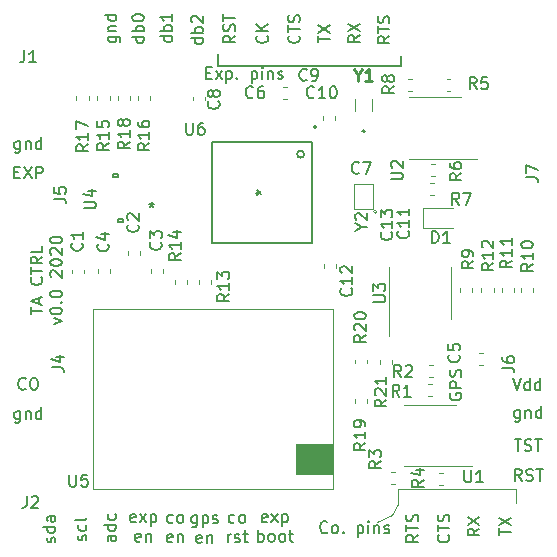
<source format=gto>
G04 #@! TF.GenerationSoftware,KiCad,Pcbnew,(5.1.5)-3*
G04 #@! TF.CreationDate,2020-07-28T03:54:34+01:00*
G04 #@! TF.ProjectId,ta-ctrl,74612d63-7472-46c2-9e6b-696361645f70,v0*
G04 #@! TF.SameCoordinates,Original*
G04 #@! TF.FileFunction,Legend,Top*
G04 #@! TF.FilePolarity,Positive*
%FSLAX46Y46*%
G04 Gerber Fmt 4.6, Leading zero omitted, Abs format (unit mm)*
G04 Created by KiCad (PCBNEW (5.1.5)-3) date 2020-07-28 03:54:34*
%MOMM*%
%LPD*%
G04 APERTURE LIST*
%ADD10C,0.150000*%
%ADD11C,0.120000*%
%ADD12C,0.152400*%
%ADD13C,0.100000*%
%ADD14C,0.200000*%
%ADD15C,0.254000*%
G04 APERTURE END LIST*
D10*
X134060180Y-110983352D02*
X134060180Y-110411923D01*
X135060180Y-110697638D02*
X134060180Y-110697638D01*
X134774466Y-110126209D02*
X134774466Y-109650019D01*
X135060180Y-110221447D02*
X134060180Y-109888114D01*
X135060180Y-109554780D01*
X134964942Y-107888114D02*
X135012561Y-107935733D01*
X135060180Y-108078590D01*
X135060180Y-108173828D01*
X135012561Y-108316685D01*
X134917323Y-108411923D01*
X134822085Y-108459542D01*
X134631609Y-108507161D01*
X134488752Y-108507161D01*
X134298276Y-108459542D01*
X134203038Y-108411923D01*
X134107800Y-108316685D01*
X134060180Y-108173828D01*
X134060180Y-108078590D01*
X134107800Y-107935733D01*
X134155419Y-107888114D01*
X134060180Y-107602400D02*
X134060180Y-107030971D01*
X135060180Y-107316685D02*
X134060180Y-107316685D01*
X135060180Y-106126209D02*
X134583990Y-106459542D01*
X135060180Y-106697638D02*
X134060180Y-106697638D01*
X134060180Y-106316685D01*
X134107800Y-106221447D01*
X134155419Y-106173828D01*
X134250657Y-106126209D01*
X134393514Y-106126209D01*
X134488752Y-106173828D01*
X134536371Y-106221447D01*
X134583990Y-106316685D01*
X134583990Y-106697638D01*
X135060180Y-105221447D02*
X135060180Y-105697638D01*
X134060180Y-105697638D01*
X136043514Y-111816685D02*
X136710180Y-111578590D01*
X136043514Y-111340495D01*
X135710180Y-110769066D02*
X135710180Y-110673828D01*
X135757800Y-110578590D01*
X135805419Y-110530971D01*
X135900657Y-110483352D01*
X136091133Y-110435733D01*
X136329228Y-110435733D01*
X136519704Y-110483352D01*
X136614942Y-110530971D01*
X136662561Y-110578590D01*
X136710180Y-110673828D01*
X136710180Y-110769066D01*
X136662561Y-110864304D01*
X136614942Y-110911923D01*
X136519704Y-110959542D01*
X136329228Y-111007161D01*
X136091133Y-111007161D01*
X135900657Y-110959542D01*
X135805419Y-110911923D01*
X135757800Y-110864304D01*
X135710180Y-110769066D01*
X136614942Y-110007161D02*
X136662561Y-109959542D01*
X136710180Y-110007161D01*
X136662561Y-110054780D01*
X136614942Y-110007161D01*
X136710180Y-110007161D01*
X135710180Y-109340495D02*
X135710180Y-109245257D01*
X135757800Y-109150019D01*
X135805419Y-109102400D01*
X135900657Y-109054780D01*
X136091133Y-109007161D01*
X136329228Y-109007161D01*
X136519704Y-109054780D01*
X136614942Y-109102400D01*
X136662561Y-109150019D01*
X136710180Y-109245257D01*
X136710180Y-109340495D01*
X136662561Y-109435733D01*
X136614942Y-109483352D01*
X136519704Y-109530971D01*
X136329228Y-109578590D01*
X136091133Y-109578590D01*
X135900657Y-109530971D01*
X135805419Y-109483352D01*
X135757800Y-109435733D01*
X135710180Y-109340495D01*
X135805419Y-107864304D02*
X135757800Y-107816685D01*
X135710180Y-107721447D01*
X135710180Y-107483352D01*
X135757800Y-107388114D01*
X135805419Y-107340495D01*
X135900657Y-107292876D01*
X135995895Y-107292876D01*
X136138752Y-107340495D01*
X136710180Y-107911923D01*
X136710180Y-107292876D01*
X135710180Y-106673828D02*
X135710180Y-106578590D01*
X135757800Y-106483352D01*
X135805419Y-106435733D01*
X135900657Y-106388114D01*
X136091133Y-106340495D01*
X136329228Y-106340495D01*
X136519704Y-106388114D01*
X136614942Y-106435733D01*
X136662561Y-106483352D01*
X136710180Y-106578590D01*
X136710180Y-106673828D01*
X136662561Y-106769066D01*
X136614942Y-106816685D01*
X136519704Y-106864304D01*
X136329228Y-106911923D01*
X136091133Y-106911923D01*
X135900657Y-106864304D01*
X135805419Y-106816685D01*
X135757800Y-106769066D01*
X135710180Y-106673828D01*
X135805419Y-105959542D02*
X135757800Y-105911923D01*
X135710180Y-105816685D01*
X135710180Y-105578590D01*
X135757800Y-105483352D01*
X135805419Y-105435733D01*
X135900657Y-105388114D01*
X135995895Y-105388114D01*
X136138752Y-105435733D01*
X136710180Y-106007161D01*
X136710180Y-105388114D01*
X135710180Y-104769066D02*
X135710180Y-104673828D01*
X135757800Y-104578590D01*
X135805419Y-104530971D01*
X135900657Y-104483352D01*
X136091133Y-104435733D01*
X136329228Y-104435733D01*
X136519704Y-104483352D01*
X136614942Y-104530971D01*
X136662561Y-104578590D01*
X136710180Y-104673828D01*
X136710180Y-104769066D01*
X136662561Y-104864304D01*
X136614942Y-104911923D01*
X136519704Y-104959542D01*
X136329228Y-105007161D01*
X136091133Y-105007161D01*
X135900657Y-104959542D01*
X135805419Y-104911923D01*
X135757800Y-104864304D01*
X135710180Y-104769066D01*
X133167523Y-119216514D02*
X133167523Y-120026038D01*
X133119904Y-120121276D01*
X133072285Y-120168895D01*
X132977047Y-120216514D01*
X132834190Y-120216514D01*
X132738952Y-120168895D01*
X133167523Y-119835561D02*
X133072285Y-119883180D01*
X132881809Y-119883180D01*
X132786571Y-119835561D01*
X132738952Y-119787942D01*
X132691333Y-119692704D01*
X132691333Y-119406990D01*
X132738952Y-119311752D01*
X132786571Y-119264133D01*
X132881809Y-119216514D01*
X133072285Y-119216514D01*
X133167523Y-119264133D01*
X133643714Y-119216514D02*
X133643714Y-119883180D01*
X133643714Y-119311752D02*
X133691333Y-119264133D01*
X133786571Y-119216514D01*
X133929428Y-119216514D01*
X134024666Y-119264133D01*
X134072285Y-119359371D01*
X134072285Y-119883180D01*
X134977047Y-119883180D02*
X134977047Y-118883180D01*
X134977047Y-119835561D02*
X134881809Y-119883180D01*
X134691333Y-119883180D01*
X134596095Y-119835561D01*
X134548476Y-119787942D01*
X134500857Y-119692704D01*
X134500857Y-119406990D01*
X134548476Y-119311752D01*
X134596095Y-119264133D01*
X134691333Y-119216514D01*
X134881809Y-119216514D01*
X134977047Y-119264133D01*
X133643714Y-117298742D02*
X133596095Y-117346361D01*
X133453238Y-117393980D01*
X133358000Y-117393980D01*
X133215142Y-117346361D01*
X133119904Y-117251123D01*
X133072285Y-117155885D01*
X133024666Y-116965409D01*
X133024666Y-116822552D01*
X133072285Y-116632076D01*
X133119904Y-116536838D01*
X133215142Y-116441600D01*
X133358000Y-116393980D01*
X133453238Y-116393980D01*
X133596095Y-116441600D01*
X133643714Y-116489219D01*
X134262761Y-116393980D02*
X134453238Y-116393980D01*
X134548476Y-116441600D01*
X134643714Y-116536838D01*
X134691333Y-116727314D01*
X134691333Y-117060647D01*
X134643714Y-117251123D01*
X134548476Y-117346361D01*
X134453238Y-117393980D01*
X134262761Y-117393980D01*
X134167523Y-117346361D01*
X134072285Y-117251123D01*
X134024666Y-117060647D01*
X134024666Y-116727314D01*
X134072285Y-116536838D01*
X134167523Y-116441600D01*
X134262761Y-116393980D01*
D11*
X164693600Y-127965200D02*
X165201600Y-127050800D01*
X163372800Y-128574800D02*
X164693600Y-127965200D01*
D10*
X159183676Y-129439942D02*
X159136057Y-129487561D01*
X158993200Y-129535180D01*
X158897961Y-129535180D01*
X158755104Y-129487561D01*
X158659866Y-129392323D01*
X158612247Y-129297085D01*
X158564628Y-129106609D01*
X158564628Y-128963752D01*
X158612247Y-128773276D01*
X158659866Y-128678038D01*
X158755104Y-128582800D01*
X158897961Y-128535180D01*
X158993200Y-128535180D01*
X159136057Y-128582800D01*
X159183676Y-128630419D01*
X159755104Y-129535180D02*
X159659866Y-129487561D01*
X159612247Y-129439942D01*
X159564628Y-129344704D01*
X159564628Y-129058990D01*
X159612247Y-128963752D01*
X159659866Y-128916133D01*
X159755104Y-128868514D01*
X159897961Y-128868514D01*
X159993200Y-128916133D01*
X160040819Y-128963752D01*
X160088438Y-129058990D01*
X160088438Y-129344704D01*
X160040819Y-129439942D01*
X159993200Y-129487561D01*
X159897961Y-129535180D01*
X159755104Y-129535180D01*
X160517009Y-129439942D02*
X160564628Y-129487561D01*
X160517009Y-129535180D01*
X160469390Y-129487561D01*
X160517009Y-129439942D01*
X160517009Y-129535180D01*
X161755104Y-128868514D02*
X161755104Y-129868514D01*
X161755104Y-128916133D02*
X161850342Y-128868514D01*
X162040819Y-128868514D01*
X162136057Y-128916133D01*
X162183676Y-128963752D01*
X162231295Y-129058990D01*
X162231295Y-129344704D01*
X162183676Y-129439942D01*
X162136057Y-129487561D01*
X162040819Y-129535180D01*
X161850342Y-129535180D01*
X161755104Y-129487561D01*
X162659866Y-129535180D02*
X162659866Y-128868514D01*
X162659866Y-128535180D02*
X162612247Y-128582800D01*
X162659866Y-128630419D01*
X162707485Y-128582800D01*
X162659866Y-128535180D01*
X162659866Y-128630419D01*
X163136057Y-128868514D02*
X163136057Y-129535180D01*
X163136057Y-128963752D02*
X163183676Y-128916133D01*
X163278914Y-128868514D01*
X163421771Y-128868514D01*
X163517009Y-128916133D01*
X163564628Y-129011371D01*
X163564628Y-129535180D01*
X163993200Y-129487561D02*
X164088438Y-129535180D01*
X164278914Y-129535180D01*
X164374152Y-129487561D01*
X164421771Y-129392323D01*
X164421771Y-129344704D01*
X164374152Y-129249466D01*
X164278914Y-129201847D01*
X164136057Y-129201847D01*
X164040819Y-129154228D01*
X163993200Y-129058990D01*
X163993200Y-129011371D01*
X164040819Y-128916133D01*
X164136057Y-128868514D01*
X164278914Y-128868514D01*
X164374152Y-128916133D01*
D11*
X165201600Y-125831600D02*
X165201600Y-127050800D01*
X175158400Y-125831600D02*
X165201600Y-125831600D01*
X175158400Y-127000000D02*
X175158400Y-125831600D01*
D10*
X173747180Y-129692304D02*
X173747180Y-129120876D01*
X174747180Y-129406590D02*
X173747180Y-129406590D01*
X173747180Y-128882780D02*
X174747180Y-128216114D01*
X173747180Y-128216114D02*
X174747180Y-128882780D01*
X172054780Y-129147866D02*
X171578590Y-129481200D01*
X172054780Y-129719295D02*
X171054780Y-129719295D01*
X171054780Y-129338342D01*
X171102400Y-129243104D01*
X171150019Y-129195485D01*
X171245257Y-129147866D01*
X171388114Y-129147866D01*
X171483352Y-129195485D01*
X171530971Y-129243104D01*
X171578590Y-129338342D01*
X171578590Y-129719295D01*
X171054780Y-128814533D02*
X172054780Y-128147866D01*
X171054780Y-128147866D02*
X172054780Y-128814533D01*
X169419542Y-129681219D02*
X169467161Y-129728838D01*
X169514780Y-129871695D01*
X169514780Y-129966933D01*
X169467161Y-130109790D01*
X169371923Y-130205028D01*
X169276685Y-130252647D01*
X169086209Y-130300266D01*
X168943352Y-130300266D01*
X168752876Y-130252647D01*
X168657638Y-130205028D01*
X168562400Y-130109790D01*
X168514780Y-129966933D01*
X168514780Y-129871695D01*
X168562400Y-129728838D01*
X168610019Y-129681219D01*
X168514780Y-129395504D02*
X168514780Y-128824076D01*
X169514780Y-129109790D02*
X168514780Y-129109790D01*
X169467161Y-128538361D02*
X169514780Y-128395504D01*
X169514780Y-128157409D01*
X169467161Y-128062171D01*
X169419542Y-128014552D01*
X169324304Y-127966933D01*
X169229066Y-127966933D01*
X169133828Y-128014552D01*
X169086209Y-128062171D01*
X169038590Y-128157409D01*
X168990971Y-128347885D01*
X168943352Y-128443123D01*
X168895733Y-128490742D01*
X168800495Y-128538361D01*
X168705257Y-128538361D01*
X168610019Y-128490742D01*
X168562400Y-128443123D01*
X168514780Y-128347885D01*
X168514780Y-128109790D01*
X168562400Y-127966933D01*
X166873180Y-129681219D02*
X166396990Y-130014552D01*
X166873180Y-130252647D02*
X165873180Y-130252647D01*
X165873180Y-129871695D01*
X165920800Y-129776457D01*
X165968419Y-129728838D01*
X166063657Y-129681219D01*
X166206514Y-129681219D01*
X166301752Y-129728838D01*
X166349371Y-129776457D01*
X166396990Y-129871695D01*
X166396990Y-130252647D01*
X165873180Y-129395504D02*
X165873180Y-128824076D01*
X166873180Y-129109790D02*
X165873180Y-129109790D01*
X166825561Y-128538361D02*
X166873180Y-128395504D01*
X166873180Y-128157409D01*
X166825561Y-128062171D01*
X166777942Y-128014552D01*
X166682704Y-127966933D01*
X166587466Y-127966933D01*
X166492228Y-128014552D01*
X166444609Y-128062171D01*
X166396990Y-128157409D01*
X166349371Y-128347885D01*
X166301752Y-128443123D01*
X166254133Y-128490742D01*
X166158895Y-128538361D01*
X166063657Y-128538361D01*
X165968419Y-128490742D01*
X165920800Y-128443123D01*
X165873180Y-128347885D01*
X165873180Y-128109790D01*
X165920800Y-127966933D01*
X154070133Y-128560961D02*
X153974895Y-128608580D01*
X153784419Y-128608580D01*
X153689180Y-128560961D01*
X153641561Y-128465723D01*
X153641561Y-128084771D01*
X153689180Y-127989533D01*
X153784419Y-127941914D01*
X153974895Y-127941914D01*
X154070133Y-127989533D01*
X154117752Y-128084771D01*
X154117752Y-128180009D01*
X153641561Y-128275247D01*
X154451085Y-128608580D02*
X154974895Y-127941914D01*
X154451085Y-127941914D02*
X154974895Y-128608580D01*
X155355847Y-127941914D02*
X155355847Y-128941914D01*
X155355847Y-127989533D02*
X155451085Y-127941914D01*
X155641561Y-127941914D01*
X155736800Y-127989533D01*
X155784419Y-128037152D01*
X155832038Y-128132390D01*
X155832038Y-128418104D01*
X155784419Y-128513342D01*
X155736800Y-128560961D01*
X155641561Y-128608580D01*
X155451085Y-128608580D01*
X155355847Y-128560961D01*
X153332038Y-130258580D02*
X153332038Y-129258580D01*
X153332038Y-129639533D02*
X153427276Y-129591914D01*
X153617752Y-129591914D01*
X153712990Y-129639533D01*
X153760609Y-129687152D01*
X153808228Y-129782390D01*
X153808228Y-130068104D01*
X153760609Y-130163342D01*
X153712990Y-130210961D01*
X153617752Y-130258580D01*
X153427276Y-130258580D01*
X153332038Y-130210961D01*
X154379657Y-130258580D02*
X154284419Y-130210961D01*
X154236800Y-130163342D01*
X154189180Y-130068104D01*
X154189180Y-129782390D01*
X154236800Y-129687152D01*
X154284419Y-129639533D01*
X154379657Y-129591914D01*
X154522514Y-129591914D01*
X154617752Y-129639533D01*
X154665371Y-129687152D01*
X154712990Y-129782390D01*
X154712990Y-130068104D01*
X154665371Y-130163342D01*
X154617752Y-130210961D01*
X154522514Y-130258580D01*
X154379657Y-130258580D01*
X155284419Y-130258580D02*
X155189180Y-130210961D01*
X155141561Y-130163342D01*
X155093942Y-130068104D01*
X155093942Y-129782390D01*
X155141561Y-129687152D01*
X155189180Y-129639533D01*
X155284419Y-129591914D01*
X155427276Y-129591914D01*
X155522514Y-129639533D01*
X155570133Y-129687152D01*
X155617752Y-129782390D01*
X155617752Y-130068104D01*
X155570133Y-130163342D01*
X155522514Y-130210961D01*
X155427276Y-130258580D01*
X155284419Y-130258580D01*
X155903466Y-129591914D02*
X156284419Y-129591914D01*
X156046323Y-129258580D02*
X156046323Y-130115723D01*
X156093942Y-130210961D01*
X156189180Y-130258580D01*
X156284419Y-130258580D01*
X151322114Y-128611761D02*
X151226876Y-128659380D01*
X151036400Y-128659380D01*
X150941161Y-128611761D01*
X150893542Y-128564142D01*
X150845923Y-128468904D01*
X150845923Y-128183190D01*
X150893542Y-128087952D01*
X150941161Y-128040333D01*
X151036400Y-127992714D01*
X151226876Y-127992714D01*
X151322114Y-128040333D01*
X151893542Y-128659380D02*
X151798304Y-128611761D01*
X151750685Y-128564142D01*
X151703066Y-128468904D01*
X151703066Y-128183190D01*
X151750685Y-128087952D01*
X151798304Y-128040333D01*
X151893542Y-127992714D01*
X152036400Y-127992714D01*
X152131638Y-128040333D01*
X152179257Y-128087952D01*
X152226876Y-128183190D01*
X152226876Y-128468904D01*
X152179257Y-128564142D01*
X152131638Y-128611761D01*
X152036400Y-128659380D01*
X151893542Y-128659380D01*
X150774495Y-130309380D02*
X150774495Y-129642714D01*
X150774495Y-129833190D02*
X150822114Y-129737952D01*
X150869733Y-129690333D01*
X150964971Y-129642714D01*
X151060209Y-129642714D01*
X151345923Y-130261761D02*
X151441161Y-130309380D01*
X151631638Y-130309380D01*
X151726876Y-130261761D01*
X151774495Y-130166523D01*
X151774495Y-130118904D01*
X151726876Y-130023666D01*
X151631638Y-129976047D01*
X151488780Y-129976047D01*
X151393542Y-129928428D01*
X151345923Y-129833190D01*
X151345923Y-129785571D01*
X151393542Y-129690333D01*
X151488780Y-129642714D01*
X151631638Y-129642714D01*
X151726876Y-129690333D01*
X152060209Y-129642714D02*
X152441161Y-129642714D01*
X152203066Y-129309380D02*
X152203066Y-130166523D01*
X152250685Y-130261761D01*
X152345923Y-130309380D01*
X152441161Y-130309380D01*
X148150342Y-128043514D02*
X148150342Y-128853038D01*
X148102723Y-128948276D01*
X148055104Y-128995895D01*
X147959866Y-129043514D01*
X147817009Y-129043514D01*
X147721771Y-128995895D01*
X148150342Y-128662561D02*
X148055104Y-128710180D01*
X147864628Y-128710180D01*
X147769390Y-128662561D01*
X147721771Y-128614942D01*
X147674152Y-128519704D01*
X147674152Y-128233990D01*
X147721771Y-128138752D01*
X147769390Y-128091133D01*
X147864628Y-128043514D01*
X148055104Y-128043514D01*
X148150342Y-128091133D01*
X148626533Y-128043514D02*
X148626533Y-129043514D01*
X148626533Y-128091133D02*
X148721771Y-128043514D01*
X148912247Y-128043514D01*
X149007485Y-128091133D01*
X149055104Y-128138752D01*
X149102723Y-128233990D01*
X149102723Y-128519704D01*
X149055104Y-128614942D01*
X149007485Y-128662561D01*
X148912247Y-128710180D01*
X148721771Y-128710180D01*
X148626533Y-128662561D01*
X149483676Y-128662561D02*
X149578914Y-128710180D01*
X149769390Y-128710180D01*
X149864628Y-128662561D01*
X149912247Y-128567323D01*
X149912247Y-128519704D01*
X149864628Y-128424466D01*
X149769390Y-128376847D01*
X149626533Y-128376847D01*
X149531295Y-128329228D01*
X149483676Y-128233990D01*
X149483676Y-128186371D01*
X149531295Y-128091133D01*
X149626533Y-128043514D01*
X149769390Y-128043514D01*
X149864628Y-128091133D01*
X148531295Y-130312561D02*
X148436057Y-130360180D01*
X148245580Y-130360180D01*
X148150342Y-130312561D01*
X148102723Y-130217323D01*
X148102723Y-129836371D01*
X148150342Y-129741133D01*
X148245580Y-129693514D01*
X148436057Y-129693514D01*
X148531295Y-129741133D01*
X148578914Y-129836371D01*
X148578914Y-129931609D01*
X148102723Y-130026847D01*
X149007485Y-129693514D02*
X149007485Y-130360180D01*
X149007485Y-129788752D02*
X149055104Y-129741133D01*
X149150342Y-129693514D01*
X149293200Y-129693514D01*
X149388438Y-129741133D01*
X149436057Y-129836371D01*
X149436057Y-130360180D01*
X146089714Y-128611761D02*
X145994476Y-128659380D01*
X145804000Y-128659380D01*
X145708761Y-128611761D01*
X145661142Y-128564142D01*
X145613523Y-128468904D01*
X145613523Y-128183190D01*
X145661142Y-128087952D01*
X145708761Y-128040333D01*
X145804000Y-127992714D01*
X145994476Y-127992714D01*
X146089714Y-128040333D01*
X146661142Y-128659380D02*
X146565904Y-128611761D01*
X146518285Y-128564142D01*
X146470666Y-128468904D01*
X146470666Y-128183190D01*
X146518285Y-128087952D01*
X146565904Y-128040333D01*
X146661142Y-127992714D01*
X146804000Y-127992714D01*
X146899238Y-128040333D01*
X146946857Y-128087952D01*
X146994476Y-128183190D01*
X146994476Y-128468904D01*
X146946857Y-128564142D01*
X146899238Y-128611761D01*
X146804000Y-128659380D01*
X146661142Y-128659380D01*
X146042095Y-130261761D02*
X145946857Y-130309380D01*
X145756380Y-130309380D01*
X145661142Y-130261761D01*
X145613523Y-130166523D01*
X145613523Y-129785571D01*
X145661142Y-129690333D01*
X145756380Y-129642714D01*
X145946857Y-129642714D01*
X146042095Y-129690333D01*
X146089714Y-129785571D01*
X146089714Y-129880809D01*
X145613523Y-129976047D01*
X146518285Y-129642714D02*
X146518285Y-130309380D01*
X146518285Y-129737952D02*
X146565904Y-129690333D01*
X146661142Y-129642714D01*
X146804000Y-129642714D01*
X146899238Y-129690333D01*
X146946857Y-129785571D01*
X146946857Y-130309380D01*
X142944933Y-128560961D02*
X142849695Y-128608580D01*
X142659219Y-128608580D01*
X142563980Y-128560961D01*
X142516361Y-128465723D01*
X142516361Y-128084771D01*
X142563980Y-127989533D01*
X142659219Y-127941914D01*
X142849695Y-127941914D01*
X142944933Y-127989533D01*
X142992552Y-128084771D01*
X142992552Y-128180009D01*
X142516361Y-128275247D01*
X143325885Y-128608580D02*
X143849695Y-127941914D01*
X143325885Y-127941914D02*
X143849695Y-128608580D01*
X144230647Y-127941914D02*
X144230647Y-128941914D01*
X144230647Y-127989533D02*
X144325885Y-127941914D01*
X144516361Y-127941914D01*
X144611600Y-127989533D01*
X144659219Y-128037152D01*
X144706838Y-128132390D01*
X144706838Y-128418104D01*
X144659219Y-128513342D01*
X144611600Y-128560961D01*
X144516361Y-128608580D01*
X144325885Y-128608580D01*
X144230647Y-128560961D01*
X143349695Y-130210961D02*
X143254457Y-130258580D01*
X143063980Y-130258580D01*
X142968742Y-130210961D01*
X142921123Y-130115723D01*
X142921123Y-129734771D01*
X142968742Y-129639533D01*
X143063980Y-129591914D01*
X143254457Y-129591914D01*
X143349695Y-129639533D01*
X143397314Y-129734771D01*
X143397314Y-129830009D01*
X142921123Y-129925247D01*
X143825885Y-129591914D02*
X143825885Y-130258580D01*
X143825885Y-129687152D02*
X143873504Y-129639533D01*
X143968742Y-129591914D01*
X144111600Y-129591914D01*
X144206838Y-129639533D01*
X144254457Y-129734771D01*
X144254457Y-130258580D01*
X141269980Y-129749466D02*
X140746171Y-129749466D01*
X140650933Y-129797085D01*
X140603314Y-129892323D01*
X140603314Y-130082800D01*
X140650933Y-130178038D01*
X141222361Y-129749466D02*
X141269980Y-129844704D01*
X141269980Y-130082800D01*
X141222361Y-130178038D01*
X141127123Y-130225657D01*
X141031885Y-130225657D01*
X140936647Y-130178038D01*
X140889028Y-130082800D01*
X140889028Y-129844704D01*
X140841409Y-129749466D01*
X141269980Y-128844704D02*
X140269980Y-128844704D01*
X141222361Y-128844704D02*
X141269980Y-128939942D01*
X141269980Y-129130419D01*
X141222361Y-129225657D01*
X141174742Y-129273276D01*
X141079504Y-129320895D01*
X140793790Y-129320895D01*
X140698552Y-129273276D01*
X140650933Y-129225657D01*
X140603314Y-129130419D01*
X140603314Y-128939942D01*
X140650933Y-128844704D01*
X141222361Y-127939942D02*
X141269980Y-128035180D01*
X141269980Y-128225657D01*
X141222361Y-128320895D01*
X141174742Y-128368514D01*
X141079504Y-128416133D01*
X140793790Y-128416133D01*
X140698552Y-128368514D01*
X140650933Y-128320895D01*
X140603314Y-128225657D01*
X140603314Y-128035180D01*
X140650933Y-127939942D01*
X138733161Y-130139961D02*
X138780780Y-130044723D01*
X138780780Y-129854247D01*
X138733161Y-129759009D01*
X138637923Y-129711390D01*
X138590304Y-129711390D01*
X138495066Y-129759009D01*
X138447447Y-129854247D01*
X138447447Y-129997104D01*
X138399828Y-130092342D01*
X138304590Y-130139961D01*
X138256971Y-130139961D01*
X138161733Y-130092342D01*
X138114114Y-129997104D01*
X138114114Y-129854247D01*
X138161733Y-129759009D01*
X138733161Y-128854247D02*
X138780780Y-128949485D01*
X138780780Y-129139961D01*
X138733161Y-129235200D01*
X138685542Y-129282819D01*
X138590304Y-129330438D01*
X138304590Y-129330438D01*
X138209352Y-129282819D01*
X138161733Y-129235200D01*
X138114114Y-129139961D01*
X138114114Y-128949485D01*
X138161733Y-128854247D01*
X138780780Y-128282819D02*
X138733161Y-128378057D01*
X138637923Y-128425676D01*
X137780780Y-128425676D01*
X136091561Y-130303447D02*
X136139180Y-130208209D01*
X136139180Y-130017733D01*
X136091561Y-129922495D01*
X135996323Y-129874876D01*
X135948704Y-129874876D01*
X135853466Y-129922495D01*
X135805847Y-130017733D01*
X135805847Y-130160590D01*
X135758228Y-130255828D01*
X135662990Y-130303447D01*
X135615371Y-130303447D01*
X135520133Y-130255828D01*
X135472514Y-130160590D01*
X135472514Y-130017733D01*
X135520133Y-129922495D01*
X136139180Y-129017733D02*
X135139180Y-129017733D01*
X136091561Y-129017733D02*
X136139180Y-129112971D01*
X136139180Y-129303447D01*
X136091561Y-129398685D01*
X136043942Y-129446304D01*
X135948704Y-129493923D01*
X135662990Y-129493923D01*
X135567752Y-129446304D01*
X135520133Y-129398685D01*
X135472514Y-129303447D01*
X135472514Y-129112971D01*
X135520133Y-129017733D01*
X136139180Y-128112971D02*
X135615371Y-128112971D01*
X135520133Y-128160590D01*
X135472514Y-128255828D01*
X135472514Y-128446304D01*
X135520133Y-128541542D01*
X136091561Y-128112971D02*
X136139180Y-128208209D01*
X136139180Y-128446304D01*
X136091561Y-128541542D01*
X135996323Y-128589161D01*
X135901085Y-128589161D01*
X135805847Y-128541542D01*
X135758228Y-128446304D01*
X135758228Y-128208209D01*
X135710609Y-128112971D01*
X169578400Y-117706685D02*
X169530780Y-117801923D01*
X169530780Y-117944780D01*
X169578400Y-118087638D01*
X169673638Y-118182876D01*
X169768876Y-118230495D01*
X169959352Y-118278114D01*
X170102209Y-118278114D01*
X170292685Y-118230495D01*
X170387923Y-118182876D01*
X170483161Y-118087638D01*
X170530780Y-117944780D01*
X170530780Y-117849542D01*
X170483161Y-117706685D01*
X170435542Y-117659066D01*
X170102209Y-117659066D01*
X170102209Y-117849542D01*
X170530780Y-117230495D02*
X169530780Y-117230495D01*
X169530780Y-116849542D01*
X169578400Y-116754304D01*
X169626019Y-116706685D01*
X169721257Y-116659066D01*
X169864114Y-116659066D01*
X169959352Y-116706685D01*
X170006971Y-116754304D01*
X170054590Y-116849542D01*
X170054590Y-117230495D01*
X170483161Y-116278114D02*
X170530780Y-116135257D01*
X170530780Y-115897161D01*
X170483161Y-115801923D01*
X170435542Y-115754304D01*
X170340304Y-115706685D01*
X170245066Y-115706685D01*
X170149828Y-115754304D01*
X170102209Y-115801923D01*
X170054590Y-115897161D01*
X170006971Y-116087638D01*
X169959352Y-116182876D01*
X169911733Y-116230495D01*
X169816495Y-116278114D01*
X169721257Y-116278114D01*
X169626019Y-116230495D01*
X169578400Y-116182876D01*
X169530780Y-116087638D01*
X169530780Y-115849542D01*
X169578400Y-115706685D01*
X174885504Y-116444780D02*
X175218838Y-117444780D01*
X175552171Y-116444780D01*
X176314076Y-117444780D02*
X176314076Y-116444780D01*
X176314076Y-117397161D02*
X176218838Y-117444780D01*
X176028361Y-117444780D01*
X175933123Y-117397161D01*
X175885504Y-117349542D01*
X175837885Y-117254304D01*
X175837885Y-116968590D01*
X175885504Y-116873352D01*
X175933123Y-116825733D01*
X176028361Y-116778114D01*
X176218838Y-116778114D01*
X176314076Y-116825733D01*
X177218838Y-117444780D02*
X177218838Y-116444780D01*
X177218838Y-117397161D02*
X177123600Y-117444780D01*
X176933123Y-117444780D01*
X176837885Y-117397161D01*
X176790266Y-117349542D01*
X176742647Y-117254304D01*
X176742647Y-116968590D01*
X176790266Y-116873352D01*
X176837885Y-116825733D01*
X176933123Y-116778114D01*
X177123600Y-116778114D01*
X177218838Y-116825733D01*
X175483923Y-119114914D02*
X175483923Y-119924438D01*
X175436304Y-120019676D01*
X175388685Y-120067295D01*
X175293447Y-120114914D01*
X175150590Y-120114914D01*
X175055352Y-120067295D01*
X175483923Y-119733961D02*
X175388685Y-119781580D01*
X175198209Y-119781580D01*
X175102971Y-119733961D01*
X175055352Y-119686342D01*
X175007733Y-119591104D01*
X175007733Y-119305390D01*
X175055352Y-119210152D01*
X175102971Y-119162533D01*
X175198209Y-119114914D01*
X175388685Y-119114914D01*
X175483923Y-119162533D01*
X175960114Y-119114914D02*
X175960114Y-119781580D01*
X175960114Y-119210152D02*
X176007733Y-119162533D01*
X176102971Y-119114914D01*
X176245828Y-119114914D01*
X176341066Y-119162533D01*
X176388685Y-119257771D01*
X176388685Y-119781580D01*
X177293447Y-119781580D02*
X177293447Y-118781580D01*
X177293447Y-119733961D02*
X177198209Y-119781580D01*
X177007733Y-119781580D01*
X176912495Y-119733961D01*
X176864876Y-119686342D01*
X176817257Y-119591104D01*
X176817257Y-119305390D01*
X176864876Y-119210152D01*
X176912495Y-119162533D01*
X177007733Y-119114914D01*
X177198209Y-119114914D01*
X177293447Y-119162533D01*
X175626780Y-125115580D02*
X175293447Y-124639390D01*
X175055352Y-125115580D02*
X175055352Y-124115580D01*
X175436304Y-124115580D01*
X175531542Y-124163200D01*
X175579161Y-124210819D01*
X175626780Y-124306057D01*
X175626780Y-124448914D01*
X175579161Y-124544152D01*
X175531542Y-124591771D01*
X175436304Y-124639390D01*
X175055352Y-124639390D01*
X176007733Y-125067961D02*
X176150590Y-125115580D01*
X176388685Y-125115580D01*
X176483923Y-125067961D01*
X176531542Y-125020342D01*
X176579161Y-124925104D01*
X176579161Y-124829866D01*
X176531542Y-124734628D01*
X176483923Y-124687009D01*
X176388685Y-124639390D01*
X176198209Y-124591771D01*
X176102971Y-124544152D01*
X176055352Y-124496533D01*
X176007733Y-124401295D01*
X176007733Y-124306057D01*
X176055352Y-124210819D01*
X176102971Y-124163200D01*
X176198209Y-124115580D01*
X176436304Y-124115580D01*
X176579161Y-124163200D01*
X176864876Y-124115580D02*
X177436304Y-124115580D01*
X177150590Y-125115580D02*
X177150590Y-124115580D01*
X175031542Y-121575580D02*
X175602971Y-121575580D01*
X175317257Y-122575580D02*
X175317257Y-121575580D01*
X175888685Y-122527961D02*
X176031542Y-122575580D01*
X176269638Y-122575580D01*
X176364876Y-122527961D01*
X176412495Y-122480342D01*
X176460114Y-122385104D01*
X176460114Y-122289866D01*
X176412495Y-122194628D01*
X176364876Y-122147009D01*
X176269638Y-122099390D01*
X176079161Y-122051771D01*
X175983923Y-122004152D01*
X175936304Y-121956533D01*
X175888685Y-121861295D01*
X175888685Y-121766057D01*
X175936304Y-121670819D01*
X175983923Y-121623200D01*
X176079161Y-121575580D01*
X176317257Y-121575580D01*
X176460114Y-121623200D01*
X176745828Y-121575580D02*
X177317257Y-121575580D01*
X177031542Y-122575580D02*
X177031542Y-121575580D01*
X148907904Y-90555771D02*
X149241238Y-90555771D01*
X149384095Y-91079580D02*
X148907904Y-91079580D01*
X148907904Y-90079580D01*
X149384095Y-90079580D01*
X149717428Y-91079580D02*
X150241238Y-90412914D01*
X149717428Y-90412914D02*
X150241238Y-91079580D01*
X150622190Y-90412914D02*
X150622190Y-91412914D01*
X150622190Y-90460533D02*
X150717428Y-90412914D01*
X150907904Y-90412914D01*
X151003142Y-90460533D01*
X151050761Y-90508152D01*
X151098380Y-90603390D01*
X151098380Y-90889104D01*
X151050761Y-90984342D01*
X151003142Y-91031961D01*
X150907904Y-91079580D01*
X150717428Y-91079580D01*
X150622190Y-91031961D01*
X151526952Y-90984342D02*
X151574571Y-91031961D01*
X151526952Y-91079580D01*
X151479333Y-91031961D01*
X151526952Y-90984342D01*
X151526952Y-91079580D01*
X152765047Y-90412914D02*
X152765047Y-91412914D01*
X152765047Y-90460533D02*
X152860285Y-90412914D01*
X153050761Y-90412914D01*
X153146000Y-90460533D01*
X153193619Y-90508152D01*
X153241238Y-90603390D01*
X153241238Y-90889104D01*
X153193619Y-90984342D01*
X153146000Y-91031961D01*
X153050761Y-91079580D01*
X152860285Y-91079580D01*
X152765047Y-91031961D01*
X153669809Y-91079580D02*
X153669809Y-90412914D01*
X153669809Y-90079580D02*
X153622190Y-90127200D01*
X153669809Y-90174819D01*
X153717428Y-90127200D01*
X153669809Y-90079580D01*
X153669809Y-90174819D01*
X154146000Y-90412914D02*
X154146000Y-91079580D01*
X154146000Y-90508152D02*
X154193619Y-90460533D01*
X154288857Y-90412914D01*
X154431714Y-90412914D01*
X154526952Y-90460533D01*
X154574571Y-90555771D01*
X154574571Y-91079580D01*
X155003142Y-91031961D02*
X155098380Y-91079580D01*
X155288857Y-91079580D01*
X155384095Y-91031961D01*
X155431714Y-90936723D01*
X155431714Y-90889104D01*
X155384095Y-90793866D01*
X155288857Y-90746247D01*
X155146000Y-90746247D01*
X155050761Y-90698628D01*
X155003142Y-90603390D01*
X155003142Y-90555771D01*
X155050761Y-90460533D01*
X155146000Y-90412914D01*
X155288857Y-90412914D01*
X155384095Y-90460533D01*
X165404800Y-89966800D02*
X165404800Y-89154000D01*
X149910800Y-89966800D02*
X165404800Y-89966800D01*
X149910800Y-88950800D02*
X149910800Y-89966800D01*
X164434780Y-87466419D02*
X163958590Y-87799752D01*
X164434780Y-88037847D02*
X163434780Y-88037847D01*
X163434780Y-87656895D01*
X163482400Y-87561657D01*
X163530019Y-87514038D01*
X163625257Y-87466419D01*
X163768114Y-87466419D01*
X163863352Y-87514038D01*
X163910971Y-87561657D01*
X163958590Y-87656895D01*
X163958590Y-88037847D01*
X163434780Y-87180704D02*
X163434780Y-86609276D01*
X164434780Y-86894990D02*
X163434780Y-86894990D01*
X164387161Y-86323561D02*
X164434780Y-86180704D01*
X164434780Y-85942609D01*
X164387161Y-85847371D01*
X164339542Y-85799752D01*
X164244304Y-85752133D01*
X164149066Y-85752133D01*
X164053828Y-85799752D01*
X164006209Y-85847371D01*
X163958590Y-85942609D01*
X163910971Y-86133085D01*
X163863352Y-86228323D01*
X163815733Y-86275942D01*
X163720495Y-86323561D01*
X163625257Y-86323561D01*
X163530019Y-86275942D01*
X163482400Y-86228323D01*
X163434780Y-86133085D01*
X163434780Y-85894990D01*
X163482400Y-85752133D01*
X161945580Y-87390266D02*
X161469390Y-87723600D01*
X161945580Y-87961695D02*
X160945580Y-87961695D01*
X160945580Y-87580742D01*
X160993200Y-87485504D01*
X161040819Y-87437885D01*
X161136057Y-87390266D01*
X161278914Y-87390266D01*
X161374152Y-87437885D01*
X161421771Y-87485504D01*
X161469390Y-87580742D01*
X161469390Y-87961695D01*
X160945580Y-87056933D02*
X161945580Y-86390266D01*
X160945580Y-86390266D02*
X161945580Y-87056933D01*
X158405580Y-87985504D02*
X158405580Y-87414076D01*
X159405580Y-87699790D02*
X158405580Y-87699790D01*
X158405580Y-87175980D02*
X159405580Y-86509314D01*
X158405580Y-86509314D02*
X159405580Y-87175980D01*
X156770342Y-87415619D02*
X156817961Y-87463238D01*
X156865580Y-87606095D01*
X156865580Y-87701333D01*
X156817961Y-87844190D01*
X156722723Y-87939428D01*
X156627485Y-87987047D01*
X156437009Y-88034666D01*
X156294152Y-88034666D01*
X156103676Y-87987047D01*
X156008438Y-87939428D01*
X155913200Y-87844190D01*
X155865580Y-87701333D01*
X155865580Y-87606095D01*
X155913200Y-87463238D01*
X155960819Y-87415619D01*
X155865580Y-87129904D02*
X155865580Y-86558476D01*
X156865580Y-86844190D02*
X155865580Y-86844190D01*
X156817961Y-86272761D02*
X156865580Y-86129904D01*
X156865580Y-85891809D01*
X156817961Y-85796571D01*
X156770342Y-85748952D01*
X156675104Y-85701333D01*
X156579866Y-85701333D01*
X156484628Y-85748952D01*
X156437009Y-85796571D01*
X156389390Y-85891809D01*
X156341771Y-86082285D01*
X156294152Y-86177523D01*
X156246533Y-86225142D01*
X156151295Y-86272761D01*
X156056057Y-86272761D01*
X155960819Y-86225142D01*
X155913200Y-86177523D01*
X155865580Y-86082285D01*
X155865580Y-85844190D01*
X155913200Y-85701333D01*
X154077942Y-87414076D02*
X154125561Y-87461695D01*
X154173180Y-87604552D01*
X154173180Y-87699790D01*
X154125561Y-87842647D01*
X154030323Y-87937885D01*
X153935085Y-87985504D01*
X153744609Y-88033123D01*
X153601752Y-88033123D01*
X153411276Y-87985504D01*
X153316038Y-87937885D01*
X153220800Y-87842647D01*
X153173180Y-87699790D01*
X153173180Y-87604552D01*
X153220800Y-87461695D01*
X153268419Y-87414076D01*
X154173180Y-86985504D02*
X153173180Y-86985504D01*
X154173180Y-86414076D02*
X153601752Y-86842647D01*
X153173180Y-86414076D02*
X153744609Y-86985504D01*
X151379180Y-87415619D02*
X150902990Y-87748952D01*
X151379180Y-87987047D02*
X150379180Y-87987047D01*
X150379180Y-87606095D01*
X150426800Y-87510857D01*
X150474419Y-87463238D01*
X150569657Y-87415619D01*
X150712514Y-87415619D01*
X150807752Y-87463238D01*
X150855371Y-87510857D01*
X150902990Y-87606095D01*
X150902990Y-87987047D01*
X151331561Y-87034666D02*
X151379180Y-86891809D01*
X151379180Y-86653714D01*
X151331561Y-86558476D01*
X151283942Y-86510857D01*
X151188704Y-86463238D01*
X151093466Y-86463238D01*
X150998228Y-86510857D01*
X150950609Y-86558476D01*
X150902990Y-86653714D01*
X150855371Y-86844190D01*
X150807752Y-86939428D01*
X150760133Y-86987047D01*
X150664895Y-87034666D01*
X150569657Y-87034666D01*
X150474419Y-86987047D01*
X150426800Y-86939428D01*
X150379180Y-86844190D01*
X150379180Y-86606095D01*
X150426800Y-86463238D01*
X150379180Y-86177523D02*
X150379180Y-85606095D01*
X151379180Y-85891809D02*
X150379180Y-85891809D01*
X148635980Y-87633085D02*
X147635980Y-87633085D01*
X148588361Y-87633085D02*
X148635980Y-87728323D01*
X148635980Y-87918800D01*
X148588361Y-88014038D01*
X148540742Y-88061657D01*
X148445504Y-88109276D01*
X148159790Y-88109276D01*
X148064552Y-88061657D01*
X148016933Y-88014038D01*
X147969314Y-87918800D01*
X147969314Y-87728323D01*
X148016933Y-87633085D01*
X148635980Y-87156895D02*
X147635980Y-87156895D01*
X148016933Y-87156895D02*
X147969314Y-87061657D01*
X147969314Y-86871180D01*
X148016933Y-86775942D01*
X148064552Y-86728323D01*
X148159790Y-86680704D01*
X148445504Y-86680704D01*
X148540742Y-86728323D01*
X148588361Y-86775942D01*
X148635980Y-86871180D01*
X148635980Y-87061657D01*
X148588361Y-87156895D01*
X147731219Y-86299752D02*
X147683600Y-86252133D01*
X147635980Y-86156895D01*
X147635980Y-85918800D01*
X147683600Y-85823561D01*
X147731219Y-85775942D01*
X147826457Y-85728323D01*
X147921695Y-85728323D01*
X148064552Y-85775942D01*
X148635980Y-86347371D01*
X148635980Y-85728323D01*
X146045180Y-87480685D02*
X145045180Y-87480685D01*
X145997561Y-87480685D02*
X146045180Y-87575923D01*
X146045180Y-87766400D01*
X145997561Y-87861638D01*
X145949942Y-87909257D01*
X145854704Y-87956876D01*
X145568990Y-87956876D01*
X145473752Y-87909257D01*
X145426133Y-87861638D01*
X145378514Y-87766400D01*
X145378514Y-87575923D01*
X145426133Y-87480685D01*
X146045180Y-87004495D02*
X145045180Y-87004495D01*
X145426133Y-87004495D02*
X145378514Y-86909257D01*
X145378514Y-86718780D01*
X145426133Y-86623542D01*
X145473752Y-86575923D01*
X145568990Y-86528304D01*
X145854704Y-86528304D01*
X145949942Y-86575923D01*
X145997561Y-86623542D01*
X146045180Y-86718780D01*
X146045180Y-86909257D01*
X145997561Y-87004495D01*
X146045180Y-85575923D02*
X146045180Y-86147352D01*
X146045180Y-85861638D02*
X145045180Y-85861638D01*
X145188038Y-85956876D01*
X145283276Y-86052114D01*
X145330895Y-86147352D01*
X143657580Y-87531485D02*
X142657580Y-87531485D01*
X143609961Y-87531485D02*
X143657580Y-87626723D01*
X143657580Y-87817200D01*
X143609961Y-87912438D01*
X143562342Y-87960057D01*
X143467104Y-88007676D01*
X143181390Y-88007676D01*
X143086152Y-87960057D01*
X143038533Y-87912438D01*
X142990914Y-87817200D01*
X142990914Y-87626723D01*
X143038533Y-87531485D01*
X143657580Y-87055295D02*
X142657580Y-87055295D01*
X143038533Y-87055295D02*
X142990914Y-86960057D01*
X142990914Y-86769580D01*
X143038533Y-86674342D01*
X143086152Y-86626723D01*
X143181390Y-86579104D01*
X143467104Y-86579104D01*
X143562342Y-86626723D01*
X143609961Y-86674342D01*
X143657580Y-86769580D01*
X143657580Y-86960057D01*
X143609961Y-87055295D01*
X142657580Y-85960057D02*
X142657580Y-85864819D01*
X142705200Y-85769580D01*
X142752819Y-85721961D01*
X142848057Y-85674342D01*
X143038533Y-85626723D01*
X143276628Y-85626723D01*
X143467104Y-85674342D01*
X143562342Y-85721961D01*
X143609961Y-85769580D01*
X143657580Y-85864819D01*
X143657580Y-85960057D01*
X143609961Y-86055295D01*
X143562342Y-86102914D01*
X143467104Y-86150533D01*
X143276628Y-86198152D01*
X143038533Y-86198152D01*
X142848057Y-86150533D01*
X142752819Y-86102914D01*
X142705200Y-86055295D01*
X142657580Y-85960057D01*
X140654114Y-87507676D02*
X141463638Y-87507676D01*
X141558876Y-87555295D01*
X141606495Y-87602914D01*
X141654114Y-87698152D01*
X141654114Y-87841009D01*
X141606495Y-87936247D01*
X141273161Y-87507676D02*
X141320780Y-87602914D01*
X141320780Y-87793390D01*
X141273161Y-87888628D01*
X141225542Y-87936247D01*
X141130304Y-87983866D01*
X140844590Y-87983866D01*
X140749352Y-87936247D01*
X140701733Y-87888628D01*
X140654114Y-87793390D01*
X140654114Y-87602914D01*
X140701733Y-87507676D01*
X140654114Y-87031485D02*
X141320780Y-87031485D01*
X140749352Y-87031485D02*
X140701733Y-86983866D01*
X140654114Y-86888628D01*
X140654114Y-86745771D01*
X140701733Y-86650533D01*
X140796971Y-86602914D01*
X141320780Y-86602914D01*
X141320780Y-85698152D02*
X140320780Y-85698152D01*
X141273161Y-85698152D02*
X141320780Y-85793390D01*
X141320780Y-85983866D01*
X141273161Y-86079104D01*
X141225542Y-86126723D01*
X141130304Y-86174342D01*
X140844590Y-86174342D01*
X140749352Y-86126723D01*
X140701733Y-86079104D01*
X140654114Y-85983866D01*
X140654114Y-85793390D01*
X140701733Y-85698152D01*
X133167523Y-96356514D02*
X133167523Y-97166038D01*
X133119904Y-97261276D01*
X133072285Y-97308895D01*
X132977047Y-97356514D01*
X132834190Y-97356514D01*
X132738952Y-97308895D01*
X133167523Y-96975561D02*
X133072285Y-97023180D01*
X132881809Y-97023180D01*
X132786571Y-96975561D01*
X132738952Y-96927942D01*
X132691333Y-96832704D01*
X132691333Y-96546990D01*
X132738952Y-96451752D01*
X132786571Y-96404133D01*
X132881809Y-96356514D01*
X133072285Y-96356514D01*
X133167523Y-96404133D01*
X133643714Y-96356514D02*
X133643714Y-97023180D01*
X133643714Y-96451752D02*
X133691333Y-96404133D01*
X133786571Y-96356514D01*
X133929428Y-96356514D01*
X134024666Y-96404133D01*
X134072285Y-96499371D01*
X134072285Y-97023180D01*
X134977047Y-97023180D02*
X134977047Y-96023180D01*
X134977047Y-96975561D02*
X134881809Y-97023180D01*
X134691333Y-97023180D01*
X134596095Y-96975561D01*
X134548476Y-96927942D01*
X134500857Y-96832704D01*
X134500857Y-96546990D01*
X134548476Y-96451752D01*
X134596095Y-96404133D01*
X134691333Y-96356514D01*
X134881809Y-96356514D01*
X134977047Y-96404133D01*
X132667523Y-98988571D02*
X133000857Y-98988571D01*
X133143714Y-99512380D02*
X132667523Y-99512380D01*
X132667523Y-98512380D01*
X133143714Y-98512380D01*
X133477047Y-98512380D02*
X134143714Y-99512380D01*
X134143714Y-98512380D02*
X133477047Y-99512380D01*
X134524666Y-99512380D02*
X134524666Y-98512380D01*
X134905619Y-98512380D01*
X135000857Y-98560000D01*
X135048476Y-98607619D01*
X135096095Y-98702857D01*
X135096095Y-98845714D01*
X135048476Y-98940952D01*
X135000857Y-98988571D01*
X134905619Y-99036190D01*
X134524666Y-99036190D01*
D11*
X163675600Y-114899221D02*
X163675600Y-115224779D01*
X164695600Y-114899221D02*
X164695600Y-115224779D01*
X161491200Y-114848421D02*
X161491200Y-115173979D01*
X162511200Y-114848421D02*
X162511200Y-115173979D01*
D12*
X141478899Y-102974600D02*
X141859899Y-102974600D01*
X141478899Y-103228600D02*
X141478899Y-102974600D01*
X141859899Y-103228600D02*
X141478899Y-103228600D01*
X141859899Y-102974600D02*
X141859899Y-103228600D01*
X141048900Y-99412600D02*
X141429900Y-99412600D01*
X141048900Y-99158600D02*
X141048900Y-99412600D01*
X141429900Y-99158600D02*
X141048900Y-99158600D01*
X141429900Y-99412600D02*
X141429900Y-99158600D01*
D11*
X163393906Y-102336600D02*
G75*
G03X163393906Y-102336600I-148106J0D01*
G01*
X161417000Y-102057200D02*
X163017200Y-102057200D01*
X163030000Y-102057200D02*
X163030000Y-99999800D01*
X161404400Y-99999800D02*
X163017200Y-99999800D01*
X161404400Y-102057200D02*
X161404400Y-99999800D01*
D12*
X157220001Y-97461001D02*
G75*
G03X157220001Y-97461001I-300000J0D01*
G01*
X158245002Y-95161001D02*
G75*
G03X158245002Y-95161001I-125001J0D01*
G01*
X149420001Y-96461001D02*
X149420001Y-104961002D01*
X157920002Y-96461001D02*
X157920002Y-104961002D01*
X149420001Y-104961002D02*
X157920002Y-104961002D01*
X149420001Y-96461001D02*
X157920002Y-96461001D01*
D11*
X168275000Y-92640000D02*
X166075000Y-92640000D01*
X168275000Y-92640000D02*
X170475000Y-92640000D01*
X168275000Y-97860000D02*
X166075000Y-97860000D01*
X168275000Y-97860000D02*
X171875000Y-97860000D01*
X167782021Y-116283200D02*
X168107579Y-116283200D01*
X167782021Y-115263200D02*
X168107579Y-115263200D01*
X138609800Y-107228421D02*
X138609800Y-107553979D01*
X137589800Y-107228421D02*
X137589800Y-107553979D01*
X142339600Y-105653621D02*
X142339600Y-105979179D01*
X143359600Y-105653621D02*
X143359600Y-105979179D01*
X145290000Y-107152221D02*
X145290000Y-107477779D01*
X144270000Y-107152221D02*
X144270000Y-107477779D01*
X139748800Y-107203021D02*
X139748800Y-107528579D01*
X140768800Y-107203021D02*
X140768800Y-107528579D01*
X171998421Y-114272600D02*
X172323979Y-114272600D01*
X171998421Y-115292600D02*
X172323979Y-115292600D01*
X155788579Y-91768200D02*
X155463021Y-91768200D01*
X155788579Y-92788200D02*
X155463021Y-92788200D01*
X147775200Y-92898179D02*
X147775200Y-92572621D01*
X148795200Y-92898179D02*
X148795200Y-92572621D01*
X159869600Y-94523779D02*
X159869600Y-94198221D01*
X158849600Y-94523779D02*
X158849600Y-94198221D01*
X159920400Y-106745821D02*
X159920400Y-107071379D01*
X158900400Y-106745821D02*
X158900400Y-107071379D01*
X167257600Y-101994600D02*
X167257600Y-103694600D01*
X167257600Y-103694600D02*
X169807600Y-103694600D01*
X167257600Y-101994600D02*
X169807600Y-101994600D01*
X167731221Y-116888800D02*
X168056779Y-116888800D01*
X167731221Y-117908800D02*
X168056779Y-117908800D01*
X164607021Y-124356400D02*
X164932579Y-124356400D01*
X164607021Y-125376400D02*
X164932579Y-125376400D01*
X168620221Y-124407200D02*
X168945779Y-124407200D01*
X168620221Y-125427200D02*
X168945779Y-125427200D01*
X169280621Y-91107800D02*
X169606179Y-91107800D01*
X169280621Y-92127800D02*
X169606179Y-92127800D01*
X167934421Y-99265200D02*
X168259979Y-99265200D01*
X167934421Y-98245200D02*
X168259979Y-98245200D01*
X167909021Y-100916200D02*
X168234579Y-100916200D01*
X167909021Y-99896200D02*
X168234579Y-99896200D01*
X166004021Y-91082400D02*
X166329579Y-91082400D01*
X166004021Y-92102400D02*
X166329579Y-92102400D01*
X170432000Y-108777821D02*
X170432000Y-109103379D01*
X171452000Y-108777821D02*
X171452000Y-109103379D01*
X176633600Y-108803221D02*
X176633600Y-109128779D01*
X175613600Y-108803221D02*
X175613600Y-109128779D01*
X173937200Y-108777821D02*
X173937200Y-109103379D01*
X174957200Y-108777821D02*
X174957200Y-109103379D01*
X173255400Y-108777821D02*
X173255400Y-109103379D01*
X172235400Y-108777821D02*
X172235400Y-109103379D01*
X148334000Y-108468379D02*
X148334000Y-108142821D01*
X149354000Y-108468379D02*
X149354000Y-108142821D01*
X147322000Y-108417579D02*
X147322000Y-108092021D01*
X146302000Y-108417579D02*
X146302000Y-108092021D01*
X140743400Y-92534521D02*
X140743400Y-92860079D01*
X139723400Y-92534521D02*
X139723400Y-92860079D01*
X143152400Y-92547221D02*
X143152400Y-92872779D01*
X144172400Y-92547221D02*
X144172400Y-92872779D01*
X137945400Y-92534521D02*
X137945400Y-92860079D01*
X138965400Y-92534521D02*
X138965400Y-92860079D01*
X141437900Y-92860079D02*
X141437900Y-92534521D01*
X142457900Y-92860079D02*
X142457900Y-92534521D01*
X162511200Y-118526779D02*
X162511200Y-118201221D01*
X161491200Y-118526779D02*
X161491200Y-118201221D01*
X167843200Y-118649600D02*
X165643200Y-118649600D01*
X167843200Y-118649600D02*
X170043200Y-118649600D01*
X167843200Y-123869600D02*
X165643200Y-123869600D01*
X167843200Y-123869600D02*
X171443200Y-123869600D01*
X164395000Y-109220000D02*
X164395000Y-112820000D01*
X164395000Y-109220000D02*
X164395000Y-107020000D01*
X169615000Y-109220000D02*
X169615000Y-111420000D01*
X169615000Y-109220000D02*
X169615000Y-107020000D01*
D13*
G36*
X156514800Y-121970800D02*
G01*
X159689800Y-121970800D01*
X159689800Y-124510800D01*
X156514800Y-124510800D01*
X156514800Y-121970800D01*
G37*
X156514800Y-121970800D02*
X159689800Y-121970800D01*
X159689800Y-124510800D01*
X156514800Y-124510800D01*
X156514800Y-121970800D01*
D11*
X139369800Y-125780800D02*
X139369800Y-110540800D01*
X139369800Y-110540800D02*
X159689800Y-110540800D01*
X159689800Y-110540800D02*
X159689800Y-125780800D01*
X159689800Y-125780800D02*
X139369800Y-125780800D01*
D13*
X161505200Y-93819600D02*
X161505200Y-92819600D01*
X163005200Y-93819600D02*
X163005200Y-92819600D01*
D14*
X162155200Y-95519600D02*
X162155200Y-95519600D01*
X162355200Y-95519600D02*
X162355200Y-95519600D01*
X162355200Y-95519600D02*
G75*
G03X162155200Y-95519600I-100000J0D01*
G01*
X162155200Y-95519600D02*
G75*
G03X162355200Y-95519600I100000J0D01*
G01*
D10*
X164180780Y-118244857D02*
X163704590Y-118578190D01*
X164180780Y-118816285D02*
X163180780Y-118816285D01*
X163180780Y-118435333D01*
X163228400Y-118340095D01*
X163276019Y-118292476D01*
X163371257Y-118244857D01*
X163514114Y-118244857D01*
X163609352Y-118292476D01*
X163656971Y-118340095D01*
X163704590Y-118435333D01*
X163704590Y-118816285D01*
X163276019Y-117863904D02*
X163228400Y-117816285D01*
X163180780Y-117721047D01*
X163180780Y-117482952D01*
X163228400Y-117387714D01*
X163276019Y-117340095D01*
X163371257Y-117292476D01*
X163466495Y-117292476D01*
X163609352Y-117340095D01*
X164180780Y-117911523D01*
X164180780Y-117292476D01*
X164180780Y-116340095D02*
X164180780Y-116911523D01*
X164180780Y-116625809D02*
X163180780Y-116625809D01*
X163323638Y-116721047D01*
X163418876Y-116816285D01*
X163466495Y-116911523D01*
X162453580Y-112758457D02*
X161977390Y-113091790D01*
X162453580Y-113329885D02*
X161453580Y-113329885D01*
X161453580Y-112948933D01*
X161501200Y-112853695D01*
X161548819Y-112806076D01*
X161644057Y-112758457D01*
X161786914Y-112758457D01*
X161882152Y-112806076D01*
X161929771Y-112853695D01*
X161977390Y-112948933D01*
X161977390Y-113329885D01*
X161548819Y-112377504D02*
X161501200Y-112329885D01*
X161453580Y-112234647D01*
X161453580Y-111996552D01*
X161501200Y-111901314D01*
X161548819Y-111853695D01*
X161644057Y-111806076D01*
X161739295Y-111806076D01*
X161882152Y-111853695D01*
X162453580Y-112425123D01*
X162453580Y-111806076D01*
X161453580Y-111187028D02*
X161453580Y-111091790D01*
X161501200Y-110996552D01*
X161548819Y-110948933D01*
X161644057Y-110901314D01*
X161834533Y-110853695D01*
X162072628Y-110853695D01*
X162263104Y-110901314D01*
X162358342Y-110948933D01*
X162405961Y-110996552D01*
X162453580Y-111091790D01*
X162453580Y-111187028D01*
X162405961Y-111282266D01*
X162358342Y-111329885D01*
X162263104Y-111377504D01*
X162072628Y-111425123D01*
X161834533Y-111425123D01*
X161644057Y-111377504D01*
X161548819Y-111329885D01*
X161501200Y-111282266D01*
X161453580Y-111187028D01*
X138568180Y-102031704D02*
X139377704Y-102031704D01*
X139472942Y-101984085D01*
X139520561Y-101936466D01*
X139568180Y-101841228D01*
X139568180Y-101650752D01*
X139520561Y-101555514D01*
X139472942Y-101507895D01*
X139377704Y-101460276D01*
X138568180Y-101460276D01*
X138901514Y-100555514D02*
X139568180Y-100555514D01*
X138520561Y-100793609D02*
X139234847Y-101031704D01*
X139234847Y-100412657D01*
X144296401Y-101505980D02*
X144296401Y-101744076D01*
X144058305Y-101648838D02*
X144296401Y-101744076D01*
X144534496Y-101648838D01*
X144153543Y-101934552D02*
X144296401Y-101744076D01*
X144439258Y-101934552D01*
X144296401Y-101505980D02*
X144296401Y-101744076D01*
X144058305Y-101648838D02*
X144296401Y-101744076D01*
X144534496Y-101648838D01*
X144153543Y-101934552D02*
X144296401Y-101744076D01*
X144439258Y-101934552D01*
X162078990Y-103625590D02*
X162555180Y-103625590D01*
X161555180Y-103958923D02*
X162078990Y-103625590D01*
X161555180Y-103292257D01*
X161650419Y-103006542D02*
X161602800Y-102958923D01*
X161555180Y-102863685D01*
X161555180Y-102625590D01*
X161602800Y-102530352D01*
X161650419Y-102482733D01*
X161745657Y-102435114D01*
X161840895Y-102435114D01*
X161983752Y-102482733D01*
X162555180Y-103054161D01*
X162555180Y-102435114D01*
X147218495Y-94803980D02*
X147218495Y-95613504D01*
X147266114Y-95708742D01*
X147313733Y-95756361D01*
X147408971Y-95803980D01*
X147599447Y-95803980D01*
X147694685Y-95756361D01*
X147742304Y-95708742D01*
X147789923Y-95613504D01*
X147789923Y-94803980D01*
X148694685Y-94803980D02*
X148504209Y-94803980D01*
X148408971Y-94851600D01*
X148361352Y-94899219D01*
X148266114Y-95042076D01*
X148218495Y-95232552D01*
X148218495Y-95613504D01*
X148266114Y-95708742D01*
X148313733Y-95756361D01*
X148408971Y-95803980D01*
X148599447Y-95803980D01*
X148694685Y-95756361D01*
X148742304Y-95708742D01*
X148789923Y-95613504D01*
X148789923Y-95375409D01*
X148742304Y-95280171D01*
X148694685Y-95232552D01*
X148599447Y-95184933D01*
X148408971Y-95184933D01*
X148313733Y-95232552D01*
X148266114Y-95280171D01*
X148218495Y-95375409D01*
X153122380Y-100711000D02*
X153360476Y-100711000D01*
X153265238Y-100949095D02*
X153360476Y-100711000D01*
X153265238Y-100472904D01*
X153550952Y-100853857D02*
X153360476Y-100711000D01*
X153550952Y-100568142D01*
X164577780Y-99593304D02*
X165387304Y-99593304D01*
X165482542Y-99545685D01*
X165530161Y-99498066D01*
X165577780Y-99402828D01*
X165577780Y-99212352D01*
X165530161Y-99117114D01*
X165482542Y-99069495D01*
X165387304Y-99021876D01*
X164577780Y-99021876D01*
X164673019Y-98593304D02*
X164625400Y-98545685D01*
X164577780Y-98450447D01*
X164577780Y-98212352D01*
X164625400Y-98117114D01*
X164673019Y-98069495D01*
X164768257Y-98021876D01*
X164863495Y-98021876D01*
X165006352Y-98069495D01*
X165577780Y-98640923D01*
X165577780Y-98021876D01*
X165441333Y-116327180D02*
X165108000Y-115850990D01*
X164869904Y-116327180D02*
X164869904Y-115327180D01*
X165250857Y-115327180D01*
X165346095Y-115374800D01*
X165393714Y-115422419D01*
X165441333Y-115517657D01*
X165441333Y-115660514D01*
X165393714Y-115755752D01*
X165346095Y-115803371D01*
X165250857Y-115850990D01*
X164869904Y-115850990D01*
X165822285Y-115422419D02*
X165869904Y-115374800D01*
X165965142Y-115327180D01*
X166203238Y-115327180D01*
X166298476Y-115374800D01*
X166346095Y-115422419D01*
X166393714Y-115517657D01*
X166393714Y-115612895D01*
X166346095Y-115755752D01*
X165774666Y-116327180D01*
X166393714Y-116327180D01*
X138380742Y-104992466D02*
X138428361Y-105040085D01*
X138475980Y-105182942D01*
X138475980Y-105278180D01*
X138428361Y-105421038D01*
X138333123Y-105516276D01*
X138237885Y-105563895D01*
X138047409Y-105611514D01*
X137904552Y-105611514D01*
X137714076Y-105563895D01*
X137618838Y-105516276D01*
X137523600Y-105421038D01*
X137475980Y-105278180D01*
X137475980Y-105182942D01*
X137523600Y-105040085D01*
X137571219Y-104992466D01*
X138475980Y-104040085D02*
X138475980Y-104611514D01*
X138475980Y-104325800D02*
X137475980Y-104325800D01*
X137618838Y-104421038D01*
X137714076Y-104516276D01*
X137761695Y-104611514D01*
X143130542Y-103417666D02*
X143178161Y-103465285D01*
X143225780Y-103608142D01*
X143225780Y-103703380D01*
X143178161Y-103846238D01*
X143082923Y-103941476D01*
X142987685Y-103989095D01*
X142797209Y-104036714D01*
X142654352Y-104036714D01*
X142463876Y-103989095D01*
X142368638Y-103941476D01*
X142273400Y-103846238D01*
X142225780Y-103703380D01*
X142225780Y-103608142D01*
X142273400Y-103465285D01*
X142321019Y-103417666D01*
X142321019Y-103036714D02*
X142273400Y-102989095D01*
X142225780Y-102893857D01*
X142225780Y-102655761D01*
X142273400Y-102560523D01*
X142321019Y-102512904D01*
X142416257Y-102465285D01*
X142511495Y-102465285D01*
X142654352Y-102512904D01*
X143225780Y-103084333D01*
X143225780Y-102465285D01*
X145060942Y-104916266D02*
X145108561Y-104963885D01*
X145156180Y-105106742D01*
X145156180Y-105201980D01*
X145108561Y-105344838D01*
X145013323Y-105440076D01*
X144918085Y-105487695D01*
X144727609Y-105535314D01*
X144584752Y-105535314D01*
X144394276Y-105487695D01*
X144299038Y-105440076D01*
X144203800Y-105344838D01*
X144156180Y-105201980D01*
X144156180Y-105106742D01*
X144203800Y-104963885D01*
X144251419Y-104916266D01*
X144156180Y-104582933D02*
X144156180Y-103963885D01*
X144537133Y-104297219D01*
X144537133Y-104154361D01*
X144584752Y-104059123D01*
X144632371Y-104011504D01*
X144727609Y-103963885D01*
X144965704Y-103963885D01*
X145060942Y-104011504D01*
X145108561Y-104059123D01*
X145156180Y-104154361D01*
X145156180Y-104440076D01*
X145108561Y-104535314D01*
X145060942Y-104582933D01*
X140590542Y-105068666D02*
X140638161Y-105116285D01*
X140685780Y-105259142D01*
X140685780Y-105354380D01*
X140638161Y-105497238D01*
X140542923Y-105592476D01*
X140447685Y-105640095D01*
X140257209Y-105687714D01*
X140114352Y-105687714D01*
X139923876Y-105640095D01*
X139828638Y-105592476D01*
X139733400Y-105497238D01*
X139685780Y-105354380D01*
X139685780Y-105259142D01*
X139733400Y-105116285D01*
X139781019Y-105068666D01*
X140019114Y-104211523D02*
X140685780Y-104211523D01*
X139638161Y-104449619D02*
X140352447Y-104687714D01*
X140352447Y-104068666D01*
X170308542Y-114441266D02*
X170356161Y-114488885D01*
X170403780Y-114631742D01*
X170403780Y-114726980D01*
X170356161Y-114869838D01*
X170260923Y-114965076D01*
X170165685Y-115012695D01*
X169975209Y-115060314D01*
X169832352Y-115060314D01*
X169641876Y-115012695D01*
X169546638Y-114965076D01*
X169451400Y-114869838D01*
X169403780Y-114726980D01*
X169403780Y-114631742D01*
X169451400Y-114488885D01*
X169499019Y-114441266D01*
X169403780Y-113536504D02*
X169403780Y-114012695D01*
X169879971Y-114060314D01*
X169832352Y-114012695D01*
X169784733Y-113917457D01*
X169784733Y-113679361D01*
X169832352Y-113584123D01*
X169879971Y-113536504D01*
X169975209Y-113488885D01*
X170213304Y-113488885D01*
X170308542Y-113536504D01*
X170356161Y-113584123D01*
X170403780Y-113679361D01*
X170403780Y-113917457D01*
X170356161Y-114012695D01*
X170308542Y-114060314D01*
X152893733Y-92609942D02*
X152846114Y-92657561D01*
X152703257Y-92705180D01*
X152608019Y-92705180D01*
X152465161Y-92657561D01*
X152369923Y-92562323D01*
X152322304Y-92467085D01*
X152274685Y-92276609D01*
X152274685Y-92133752D01*
X152322304Y-91943276D01*
X152369923Y-91848038D01*
X152465161Y-91752800D01*
X152608019Y-91705180D01*
X152703257Y-91705180D01*
X152846114Y-91752800D01*
X152893733Y-91800419D01*
X153750876Y-91705180D02*
X153560400Y-91705180D01*
X153465161Y-91752800D01*
X153417542Y-91800419D01*
X153322304Y-91943276D01*
X153274685Y-92133752D01*
X153274685Y-92514704D01*
X153322304Y-92609942D01*
X153369923Y-92657561D01*
X153465161Y-92705180D01*
X153655638Y-92705180D01*
X153750876Y-92657561D01*
X153798495Y-92609942D01*
X153846114Y-92514704D01*
X153846114Y-92276609D01*
X153798495Y-92181371D01*
X153750876Y-92133752D01*
X153655638Y-92086133D01*
X153465161Y-92086133D01*
X153369923Y-92133752D01*
X153322304Y-92181371D01*
X153274685Y-92276609D01*
X161859933Y-99010742D02*
X161812314Y-99058361D01*
X161669457Y-99105980D01*
X161574219Y-99105980D01*
X161431361Y-99058361D01*
X161336123Y-98963123D01*
X161288504Y-98867885D01*
X161240885Y-98677409D01*
X161240885Y-98534552D01*
X161288504Y-98344076D01*
X161336123Y-98248838D01*
X161431361Y-98153600D01*
X161574219Y-98105980D01*
X161669457Y-98105980D01*
X161812314Y-98153600D01*
X161859933Y-98201219D01*
X162193266Y-98105980D02*
X162859933Y-98105980D01*
X162431361Y-99105980D01*
X149963142Y-92978266D02*
X150010761Y-93025885D01*
X150058380Y-93168742D01*
X150058380Y-93263980D01*
X150010761Y-93406838D01*
X149915523Y-93502076D01*
X149820285Y-93549695D01*
X149629809Y-93597314D01*
X149486952Y-93597314D01*
X149296476Y-93549695D01*
X149201238Y-93502076D01*
X149106000Y-93406838D01*
X149058380Y-93263980D01*
X149058380Y-93168742D01*
X149106000Y-93025885D01*
X149153619Y-92978266D01*
X149486952Y-92406838D02*
X149439333Y-92502076D01*
X149391714Y-92549695D01*
X149296476Y-92597314D01*
X149248857Y-92597314D01*
X149153619Y-92549695D01*
X149106000Y-92502076D01*
X149058380Y-92406838D01*
X149058380Y-92216361D01*
X149106000Y-92121123D01*
X149153619Y-92073504D01*
X149248857Y-92025885D01*
X149296476Y-92025885D01*
X149391714Y-92073504D01*
X149439333Y-92121123D01*
X149486952Y-92216361D01*
X149486952Y-92406838D01*
X149534571Y-92502076D01*
X149582190Y-92549695D01*
X149677428Y-92597314D01*
X149867904Y-92597314D01*
X149963142Y-92549695D01*
X150010761Y-92502076D01*
X150058380Y-92406838D01*
X150058380Y-92216361D01*
X150010761Y-92121123D01*
X149963142Y-92073504D01*
X149867904Y-92025885D01*
X149677428Y-92025885D01*
X149582190Y-92073504D01*
X149534571Y-92121123D01*
X149486952Y-92216361D01*
X157440333Y-91136742D02*
X157392714Y-91184361D01*
X157249857Y-91231980D01*
X157154619Y-91231980D01*
X157011761Y-91184361D01*
X156916523Y-91089123D01*
X156868904Y-90993885D01*
X156821285Y-90803409D01*
X156821285Y-90660552D01*
X156868904Y-90470076D01*
X156916523Y-90374838D01*
X157011761Y-90279600D01*
X157154619Y-90231980D01*
X157249857Y-90231980D01*
X157392714Y-90279600D01*
X157440333Y-90327219D01*
X157916523Y-91231980D02*
X158107000Y-91231980D01*
X158202238Y-91184361D01*
X158249857Y-91136742D01*
X158345095Y-90993885D01*
X158392714Y-90803409D01*
X158392714Y-90422457D01*
X158345095Y-90327219D01*
X158297476Y-90279600D01*
X158202238Y-90231980D01*
X158011761Y-90231980D01*
X157916523Y-90279600D01*
X157868904Y-90327219D01*
X157821285Y-90422457D01*
X157821285Y-90660552D01*
X157868904Y-90755790D01*
X157916523Y-90803409D01*
X158011761Y-90851028D01*
X158202238Y-90851028D01*
X158297476Y-90803409D01*
X158345095Y-90755790D01*
X158392714Y-90660552D01*
X158056342Y-92609942D02*
X158008723Y-92657561D01*
X157865866Y-92705180D01*
X157770628Y-92705180D01*
X157627771Y-92657561D01*
X157532533Y-92562323D01*
X157484914Y-92467085D01*
X157437295Y-92276609D01*
X157437295Y-92133752D01*
X157484914Y-91943276D01*
X157532533Y-91848038D01*
X157627771Y-91752800D01*
X157770628Y-91705180D01*
X157865866Y-91705180D01*
X158008723Y-91752800D01*
X158056342Y-91800419D01*
X159008723Y-92705180D02*
X158437295Y-92705180D01*
X158723009Y-92705180D02*
X158723009Y-91705180D01*
X158627771Y-91848038D01*
X158532533Y-91943276D01*
X158437295Y-91990895D01*
X159627771Y-91705180D02*
X159723009Y-91705180D01*
X159818247Y-91752800D01*
X159865866Y-91800419D01*
X159913485Y-91895657D01*
X159961104Y-92086133D01*
X159961104Y-92324228D01*
X159913485Y-92514704D01*
X159865866Y-92609942D01*
X159818247Y-92657561D01*
X159723009Y-92705180D01*
X159627771Y-92705180D01*
X159532533Y-92657561D01*
X159484914Y-92609942D01*
X159437295Y-92514704D01*
X159389676Y-92324228D01*
X159389676Y-92086133D01*
X159437295Y-91895657D01*
X159484914Y-91800419D01*
X159532533Y-91752800D01*
X159627771Y-91705180D01*
X166015942Y-103970057D02*
X166063561Y-104017676D01*
X166111180Y-104160533D01*
X166111180Y-104255771D01*
X166063561Y-104398628D01*
X165968323Y-104493866D01*
X165873085Y-104541485D01*
X165682609Y-104589104D01*
X165539752Y-104589104D01*
X165349276Y-104541485D01*
X165254038Y-104493866D01*
X165158800Y-104398628D01*
X165111180Y-104255771D01*
X165111180Y-104160533D01*
X165158800Y-104017676D01*
X165206419Y-103970057D01*
X166111180Y-103017676D02*
X166111180Y-103589104D01*
X166111180Y-103303390D02*
X165111180Y-103303390D01*
X165254038Y-103398628D01*
X165349276Y-103493866D01*
X165396895Y-103589104D01*
X166111180Y-102065295D02*
X166111180Y-102636723D01*
X166111180Y-102351009D02*
X165111180Y-102351009D01*
X165254038Y-102446247D01*
X165349276Y-102541485D01*
X165396895Y-102636723D01*
X161197542Y-108821457D02*
X161245161Y-108869076D01*
X161292780Y-109011933D01*
X161292780Y-109107171D01*
X161245161Y-109250028D01*
X161149923Y-109345266D01*
X161054685Y-109392885D01*
X160864209Y-109440504D01*
X160721352Y-109440504D01*
X160530876Y-109392885D01*
X160435638Y-109345266D01*
X160340400Y-109250028D01*
X160292780Y-109107171D01*
X160292780Y-109011933D01*
X160340400Y-108869076D01*
X160388019Y-108821457D01*
X161292780Y-107869076D02*
X161292780Y-108440504D01*
X161292780Y-108154790D02*
X160292780Y-108154790D01*
X160435638Y-108250028D01*
X160530876Y-108345266D01*
X160578495Y-108440504D01*
X160388019Y-107488123D02*
X160340400Y-107440504D01*
X160292780Y-107345266D01*
X160292780Y-107107171D01*
X160340400Y-107011933D01*
X160388019Y-106964314D01*
X160483257Y-106916695D01*
X160578495Y-106916695D01*
X160721352Y-106964314D01*
X161292780Y-107535742D01*
X161292780Y-106916695D01*
X164593542Y-104071657D02*
X164641161Y-104119276D01*
X164688780Y-104262133D01*
X164688780Y-104357371D01*
X164641161Y-104500228D01*
X164545923Y-104595466D01*
X164450685Y-104643085D01*
X164260209Y-104690704D01*
X164117352Y-104690704D01*
X163926876Y-104643085D01*
X163831638Y-104595466D01*
X163736400Y-104500228D01*
X163688780Y-104357371D01*
X163688780Y-104262133D01*
X163736400Y-104119276D01*
X163784019Y-104071657D01*
X164688780Y-103119276D02*
X164688780Y-103690704D01*
X164688780Y-103404990D02*
X163688780Y-103404990D01*
X163831638Y-103500228D01*
X163926876Y-103595466D01*
X163974495Y-103690704D01*
X163688780Y-102785942D02*
X163688780Y-102166895D01*
X164069733Y-102500228D01*
X164069733Y-102357371D01*
X164117352Y-102262133D01*
X164164971Y-102214514D01*
X164260209Y-102166895D01*
X164498304Y-102166895D01*
X164593542Y-102214514D01*
X164641161Y-102262133D01*
X164688780Y-102357371D01*
X164688780Y-102643085D01*
X164641161Y-102738323D01*
X164593542Y-102785942D01*
X168044904Y-104973380D02*
X168044904Y-103973380D01*
X168283000Y-103973380D01*
X168425857Y-104021000D01*
X168521095Y-104116238D01*
X168568714Y-104211476D01*
X168616333Y-104401952D01*
X168616333Y-104544809D01*
X168568714Y-104735285D01*
X168521095Y-104830523D01*
X168425857Y-104925761D01*
X168283000Y-104973380D01*
X168044904Y-104973380D01*
X169568714Y-104973380D02*
X168997285Y-104973380D01*
X169283000Y-104973380D02*
X169283000Y-103973380D01*
X169187761Y-104116238D01*
X169092523Y-104211476D01*
X168997285Y-104259095D01*
X133524666Y-88657180D02*
X133524666Y-89371466D01*
X133477047Y-89514323D01*
X133381809Y-89609561D01*
X133238952Y-89657180D01*
X133143714Y-89657180D01*
X134524666Y-89657180D02*
X133953238Y-89657180D01*
X134238952Y-89657180D02*
X134238952Y-88657180D01*
X134143714Y-88800038D01*
X134048476Y-88895276D01*
X133953238Y-88942895D01*
X133727866Y-126401580D02*
X133727866Y-127115866D01*
X133680247Y-127258723D01*
X133585009Y-127353961D01*
X133442152Y-127401580D01*
X133346914Y-127401580D01*
X134156438Y-126496819D02*
X134204057Y-126449200D01*
X134299295Y-126401580D01*
X134537390Y-126401580D01*
X134632628Y-126449200D01*
X134680247Y-126496819D01*
X134727866Y-126592057D01*
X134727866Y-126687295D01*
X134680247Y-126830152D01*
X134108819Y-127401580D01*
X134727866Y-127401580D01*
X135850380Y-115496933D02*
X136564666Y-115496933D01*
X136707523Y-115544552D01*
X136802761Y-115639790D01*
X136850380Y-115782647D01*
X136850380Y-115877885D01*
X136183714Y-114592171D02*
X136850380Y-114592171D01*
X135802761Y-114830266D02*
X136517047Y-115068361D01*
X136517047Y-114449314D01*
X136053580Y-101222133D02*
X136767866Y-101222133D01*
X136910723Y-101269752D01*
X137005961Y-101364990D01*
X137053580Y-101507847D01*
X137053580Y-101603085D01*
X136053580Y-100269752D02*
X136053580Y-100745942D01*
X136529771Y-100793561D01*
X136482152Y-100745942D01*
X136434533Y-100650704D01*
X136434533Y-100412609D01*
X136482152Y-100317371D01*
X136529771Y-100269752D01*
X136625009Y-100222133D01*
X136863104Y-100222133D01*
X136958342Y-100269752D01*
X137005961Y-100317371D01*
X137053580Y-100412609D01*
X137053580Y-100650704D01*
X137005961Y-100745942D01*
X136958342Y-100793561D01*
X174001180Y-115547733D02*
X174715466Y-115547733D01*
X174858323Y-115595352D01*
X174953561Y-115690590D01*
X175001180Y-115833447D01*
X175001180Y-115928685D01*
X174001180Y-114642971D02*
X174001180Y-114833447D01*
X174048800Y-114928685D01*
X174096419Y-114976304D01*
X174239276Y-115071542D01*
X174429752Y-115119161D01*
X174810704Y-115119161D01*
X174905942Y-115071542D01*
X174953561Y-115023923D01*
X175001180Y-114928685D01*
X175001180Y-114738209D01*
X174953561Y-114642971D01*
X174905942Y-114595352D01*
X174810704Y-114547733D01*
X174572609Y-114547733D01*
X174477371Y-114595352D01*
X174429752Y-114642971D01*
X174382133Y-114738209D01*
X174382133Y-114928685D01*
X174429752Y-115023923D01*
X174477371Y-115071542D01*
X174572609Y-115119161D01*
X175982380Y-99393333D02*
X176696666Y-99393333D01*
X176839523Y-99440952D01*
X176934761Y-99536190D01*
X176982380Y-99679047D01*
X176982380Y-99774285D01*
X175982380Y-99012380D02*
X175982380Y-98345714D01*
X176982380Y-98774285D01*
X165288933Y-117978180D02*
X164955600Y-117501990D01*
X164717504Y-117978180D02*
X164717504Y-116978180D01*
X165098457Y-116978180D01*
X165193695Y-117025800D01*
X165241314Y-117073419D01*
X165288933Y-117168657D01*
X165288933Y-117311514D01*
X165241314Y-117406752D01*
X165193695Y-117454371D01*
X165098457Y-117501990D01*
X164717504Y-117501990D01*
X166241314Y-117978180D02*
X165669885Y-117978180D01*
X165955600Y-117978180D02*
X165955600Y-116978180D01*
X165860361Y-117121038D01*
X165765123Y-117216276D01*
X165669885Y-117263895D01*
X163723580Y-123458266D02*
X163247390Y-123791600D01*
X163723580Y-124029695D02*
X162723580Y-124029695D01*
X162723580Y-123648742D01*
X162771200Y-123553504D01*
X162818819Y-123505885D01*
X162914057Y-123458266D01*
X163056914Y-123458266D01*
X163152152Y-123505885D01*
X163199771Y-123553504D01*
X163247390Y-123648742D01*
X163247390Y-124029695D01*
X162723580Y-123124933D02*
X162723580Y-122505885D01*
X163104533Y-122839219D01*
X163104533Y-122696361D01*
X163152152Y-122601123D01*
X163199771Y-122553504D01*
X163295009Y-122505885D01*
X163533104Y-122505885D01*
X163628342Y-122553504D01*
X163675961Y-122601123D01*
X163723580Y-122696361D01*
X163723580Y-122982076D01*
X163675961Y-123077314D01*
X163628342Y-123124933D01*
X167330380Y-125033066D02*
X166854190Y-125366400D01*
X167330380Y-125604495D02*
X166330380Y-125604495D01*
X166330380Y-125223542D01*
X166378000Y-125128304D01*
X166425619Y-125080685D01*
X166520857Y-125033066D01*
X166663714Y-125033066D01*
X166758952Y-125080685D01*
X166806571Y-125128304D01*
X166854190Y-125223542D01*
X166854190Y-125604495D01*
X166663714Y-124175923D02*
X167330380Y-124175923D01*
X166282761Y-124414019D02*
X166997047Y-124652114D01*
X166997047Y-124033066D01*
X171816733Y-91943180D02*
X171483400Y-91466990D01*
X171245304Y-91943180D02*
X171245304Y-90943180D01*
X171626257Y-90943180D01*
X171721495Y-90990800D01*
X171769114Y-91038419D01*
X171816733Y-91133657D01*
X171816733Y-91276514D01*
X171769114Y-91371752D01*
X171721495Y-91419371D01*
X171626257Y-91466990D01*
X171245304Y-91466990D01*
X172721495Y-90943180D02*
X172245304Y-90943180D01*
X172197685Y-91419371D01*
X172245304Y-91371752D01*
X172340542Y-91324133D01*
X172578638Y-91324133D01*
X172673876Y-91371752D01*
X172721495Y-91419371D01*
X172769114Y-91514609D01*
X172769114Y-91752704D01*
X172721495Y-91847942D01*
X172673876Y-91895561D01*
X172578638Y-91943180D01*
X172340542Y-91943180D01*
X172245304Y-91895561D01*
X172197685Y-91847942D01*
X170530780Y-99074266D02*
X170054590Y-99407600D01*
X170530780Y-99645695D02*
X169530780Y-99645695D01*
X169530780Y-99264742D01*
X169578400Y-99169504D01*
X169626019Y-99121885D01*
X169721257Y-99074266D01*
X169864114Y-99074266D01*
X169959352Y-99121885D01*
X170006971Y-99169504D01*
X170054590Y-99264742D01*
X170054590Y-99645695D01*
X169530780Y-98217123D02*
X169530780Y-98407600D01*
X169578400Y-98502838D01*
X169626019Y-98550457D01*
X169768876Y-98645695D01*
X169959352Y-98693314D01*
X170340304Y-98693314D01*
X170435542Y-98645695D01*
X170483161Y-98598076D01*
X170530780Y-98502838D01*
X170530780Y-98312361D01*
X170483161Y-98217123D01*
X170435542Y-98169504D01*
X170340304Y-98121885D01*
X170102209Y-98121885D01*
X170006971Y-98169504D01*
X169959352Y-98217123D01*
X169911733Y-98312361D01*
X169911733Y-98502838D01*
X169959352Y-98598076D01*
X170006971Y-98645695D01*
X170102209Y-98693314D01*
X170343533Y-101722180D02*
X170010200Y-101245990D01*
X169772104Y-101722180D02*
X169772104Y-100722180D01*
X170153057Y-100722180D01*
X170248295Y-100769800D01*
X170295914Y-100817419D01*
X170343533Y-100912657D01*
X170343533Y-101055514D01*
X170295914Y-101150752D01*
X170248295Y-101198371D01*
X170153057Y-101245990D01*
X169772104Y-101245990D01*
X170676866Y-100722180D02*
X171343533Y-100722180D01*
X170914961Y-101722180D01*
X164841180Y-91708266D02*
X164364990Y-92041600D01*
X164841180Y-92279695D02*
X163841180Y-92279695D01*
X163841180Y-91898742D01*
X163888800Y-91803504D01*
X163936419Y-91755885D01*
X164031657Y-91708266D01*
X164174514Y-91708266D01*
X164269752Y-91755885D01*
X164317371Y-91803504D01*
X164364990Y-91898742D01*
X164364990Y-92279695D01*
X164269752Y-91136838D02*
X164222133Y-91232076D01*
X164174514Y-91279695D01*
X164079276Y-91327314D01*
X164031657Y-91327314D01*
X163936419Y-91279695D01*
X163888800Y-91232076D01*
X163841180Y-91136838D01*
X163841180Y-90946361D01*
X163888800Y-90851123D01*
X163936419Y-90803504D01*
X164031657Y-90755885D01*
X164079276Y-90755885D01*
X164174514Y-90803504D01*
X164222133Y-90851123D01*
X164269752Y-90946361D01*
X164269752Y-91136838D01*
X164317371Y-91232076D01*
X164364990Y-91279695D01*
X164460228Y-91327314D01*
X164650704Y-91327314D01*
X164745942Y-91279695D01*
X164793561Y-91232076D01*
X164841180Y-91136838D01*
X164841180Y-90946361D01*
X164793561Y-90851123D01*
X164745942Y-90803504D01*
X164650704Y-90755885D01*
X164460228Y-90755885D01*
X164364990Y-90803504D01*
X164317371Y-90851123D01*
X164269752Y-90946361D01*
X171546780Y-106516466D02*
X171070590Y-106849800D01*
X171546780Y-107087895D02*
X170546780Y-107087895D01*
X170546780Y-106706942D01*
X170594400Y-106611704D01*
X170642019Y-106564085D01*
X170737257Y-106516466D01*
X170880114Y-106516466D01*
X170975352Y-106564085D01*
X171022971Y-106611704D01*
X171070590Y-106706942D01*
X171070590Y-107087895D01*
X171546780Y-106040276D02*
X171546780Y-105849800D01*
X171499161Y-105754561D01*
X171451542Y-105706942D01*
X171308685Y-105611704D01*
X171118209Y-105564085D01*
X170737257Y-105564085D01*
X170642019Y-105611704D01*
X170594400Y-105659323D01*
X170546780Y-105754561D01*
X170546780Y-105945038D01*
X170594400Y-106040276D01*
X170642019Y-106087895D01*
X170737257Y-106135514D01*
X170975352Y-106135514D01*
X171070590Y-106087895D01*
X171118209Y-106040276D01*
X171165828Y-105945038D01*
X171165828Y-105754561D01*
X171118209Y-105659323D01*
X171070590Y-105611704D01*
X170975352Y-105564085D01*
X176601380Y-106738657D02*
X176125190Y-107071990D01*
X176601380Y-107310085D02*
X175601380Y-107310085D01*
X175601380Y-106929133D01*
X175649000Y-106833895D01*
X175696619Y-106786276D01*
X175791857Y-106738657D01*
X175934714Y-106738657D01*
X176029952Y-106786276D01*
X176077571Y-106833895D01*
X176125190Y-106929133D01*
X176125190Y-107310085D01*
X176601380Y-105786276D02*
X176601380Y-106357704D01*
X176601380Y-106071990D02*
X175601380Y-106071990D01*
X175744238Y-106167228D01*
X175839476Y-106262466D01*
X175887095Y-106357704D01*
X175601380Y-105167228D02*
X175601380Y-105071990D01*
X175649000Y-104976752D01*
X175696619Y-104929133D01*
X175791857Y-104881514D01*
X175982333Y-104833895D01*
X176220428Y-104833895D01*
X176410904Y-104881514D01*
X176506142Y-104929133D01*
X176553761Y-104976752D01*
X176601380Y-105071990D01*
X176601380Y-105167228D01*
X176553761Y-105262466D01*
X176506142Y-105310085D01*
X176410904Y-105357704D01*
X176220428Y-105405323D01*
X175982333Y-105405323D01*
X175791857Y-105357704D01*
X175696619Y-105310085D01*
X175649000Y-105262466D01*
X175601380Y-105167228D01*
X174823380Y-106459257D02*
X174347190Y-106792590D01*
X174823380Y-107030685D02*
X173823380Y-107030685D01*
X173823380Y-106649733D01*
X173871000Y-106554495D01*
X173918619Y-106506876D01*
X174013857Y-106459257D01*
X174156714Y-106459257D01*
X174251952Y-106506876D01*
X174299571Y-106554495D01*
X174347190Y-106649733D01*
X174347190Y-107030685D01*
X174823380Y-105506876D02*
X174823380Y-106078304D01*
X174823380Y-105792590D02*
X173823380Y-105792590D01*
X173966238Y-105887828D01*
X174061476Y-105983066D01*
X174109095Y-106078304D01*
X174823380Y-104554495D02*
X174823380Y-105125923D01*
X174823380Y-104840209D02*
X173823380Y-104840209D01*
X173966238Y-104935447D01*
X174061476Y-105030685D01*
X174109095Y-105125923D01*
X173248580Y-106687857D02*
X172772390Y-107021190D01*
X173248580Y-107259285D02*
X172248580Y-107259285D01*
X172248580Y-106878333D01*
X172296200Y-106783095D01*
X172343819Y-106735476D01*
X172439057Y-106687857D01*
X172581914Y-106687857D01*
X172677152Y-106735476D01*
X172724771Y-106783095D01*
X172772390Y-106878333D01*
X172772390Y-107259285D01*
X173248580Y-105735476D02*
X173248580Y-106306904D01*
X173248580Y-106021190D02*
X172248580Y-106021190D01*
X172391438Y-106116428D01*
X172486676Y-106211666D01*
X172534295Y-106306904D01*
X172343819Y-105354523D02*
X172296200Y-105306904D01*
X172248580Y-105211666D01*
X172248580Y-104973571D01*
X172296200Y-104878333D01*
X172343819Y-104830714D01*
X172439057Y-104783095D01*
X172534295Y-104783095D01*
X172677152Y-104830714D01*
X173248580Y-105402142D01*
X173248580Y-104783095D01*
X150871180Y-109304057D02*
X150394990Y-109637390D01*
X150871180Y-109875485D02*
X149871180Y-109875485D01*
X149871180Y-109494533D01*
X149918800Y-109399295D01*
X149966419Y-109351676D01*
X150061657Y-109304057D01*
X150204514Y-109304057D01*
X150299752Y-109351676D01*
X150347371Y-109399295D01*
X150394990Y-109494533D01*
X150394990Y-109875485D01*
X150871180Y-108351676D02*
X150871180Y-108923104D01*
X150871180Y-108637390D02*
X149871180Y-108637390D01*
X150014038Y-108732628D01*
X150109276Y-108827866D01*
X150156895Y-108923104D01*
X149871180Y-108018342D02*
X149871180Y-107399295D01*
X150252133Y-107732628D01*
X150252133Y-107589771D01*
X150299752Y-107494533D01*
X150347371Y-107446914D01*
X150442609Y-107399295D01*
X150680704Y-107399295D01*
X150775942Y-107446914D01*
X150823561Y-107494533D01*
X150871180Y-107589771D01*
X150871180Y-107875485D01*
X150823561Y-107970723D01*
X150775942Y-108018342D01*
X146756380Y-105849657D02*
X146280190Y-106182990D01*
X146756380Y-106421085D02*
X145756380Y-106421085D01*
X145756380Y-106040133D01*
X145804000Y-105944895D01*
X145851619Y-105897276D01*
X145946857Y-105849657D01*
X146089714Y-105849657D01*
X146184952Y-105897276D01*
X146232571Y-105944895D01*
X146280190Y-106040133D01*
X146280190Y-106421085D01*
X146756380Y-104897276D02*
X146756380Y-105468704D01*
X146756380Y-105182990D02*
X145756380Y-105182990D01*
X145899238Y-105278228D01*
X145994476Y-105373466D01*
X146042095Y-105468704D01*
X146089714Y-104040133D02*
X146756380Y-104040133D01*
X145708761Y-104278228D02*
X146423047Y-104516323D01*
X146423047Y-103897276D01*
X140685780Y-96515157D02*
X140209590Y-96848490D01*
X140685780Y-97086585D02*
X139685780Y-97086585D01*
X139685780Y-96705633D01*
X139733400Y-96610395D01*
X139781019Y-96562776D01*
X139876257Y-96515157D01*
X140019114Y-96515157D01*
X140114352Y-96562776D01*
X140161971Y-96610395D01*
X140209590Y-96705633D01*
X140209590Y-97086585D01*
X140685780Y-95562776D02*
X140685780Y-96134204D01*
X140685780Y-95848490D02*
X139685780Y-95848490D01*
X139828638Y-95943728D01*
X139923876Y-96038966D01*
X139971495Y-96134204D01*
X139685780Y-94658014D02*
X139685780Y-95134204D01*
X140161971Y-95181823D01*
X140114352Y-95134204D01*
X140066733Y-95038966D01*
X140066733Y-94800871D01*
X140114352Y-94705633D01*
X140161971Y-94658014D01*
X140257209Y-94610395D01*
X140495304Y-94610395D01*
X140590542Y-94658014D01*
X140638161Y-94705633D01*
X140685780Y-94800871D01*
X140685780Y-95038966D01*
X140638161Y-95134204D01*
X140590542Y-95181823D01*
X144114780Y-96527857D02*
X143638590Y-96861190D01*
X144114780Y-97099285D02*
X143114780Y-97099285D01*
X143114780Y-96718333D01*
X143162400Y-96623095D01*
X143210019Y-96575476D01*
X143305257Y-96527857D01*
X143448114Y-96527857D01*
X143543352Y-96575476D01*
X143590971Y-96623095D01*
X143638590Y-96718333D01*
X143638590Y-97099285D01*
X144114780Y-95575476D02*
X144114780Y-96146904D01*
X144114780Y-95861190D02*
X143114780Y-95861190D01*
X143257638Y-95956428D01*
X143352876Y-96051666D01*
X143400495Y-96146904D01*
X143114780Y-94718333D02*
X143114780Y-94908809D01*
X143162400Y-95004047D01*
X143210019Y-95051666D01*
X143352876Y-95146904D01*
X143543352Y-95194523D01*
X143924304Y-95194523D01*
X144019542Y-95146904D01*
X144067161Y-95099285D01*
X144114780Y-95004047D01*
X144114780Y-94813571D01*
X144067161Y-94718333D01*
X144019542Y-94670714D01*
X143924304Y-94623095D01*
X143686209Y-94623095D01*
X143590971Y-94670714D01*
X143543352Y-94718333D01*
X143495733Y-94813571D01*
X143495733Y-95004047D01*
X143543352Y-95099285D01*
X143590971Y-95146904D01*
X143686209Y-95194523D01*
X138933180Y-96629457D02*
X138456990Y-96962790D01*
X138933180Y-97200885D02*
X137933180Y-97200885D01*
X137933180Y-96819933D01*
X137980800Y-96724695D01*
X138028419Y-96677076D01*
X138123657Y-96629457D01*
X138266514Y-96629457D01*
X138361752Y-96677076D01*
X138409371Y-96724695D01*
X138456990Y-96819933D01*
X138456990Y-97200885D01*
X138933180Y-95677076D02*
X138933180Y-96248504D01*
X138933180Y-95962790D02*
X137933180Y-95962790D01*
X138076038Y-96058028D01*
X138171276Y-96153266D01*
X138218895Y-96248504D01*
X137933180Y-95343742D02*
X137933180Y-94677076D01*
X138933180Y-95105647D01*
X142438380Y-96400857D02*
X141962190Y-96734190D01*
X142438380Y-96972285D02*
X141438380Y-96972285D01*
X141438380Y-96591333D01*
X141486000Y-96496095D01*
X141533619Y-96448476D01*
X141628857Y-96400857D01*
X141771714Y-96400857D01*
X141866952Y-96448476D01*
X141914571Y-96496095D01*
X141962190Y-96591333D01*
X141962190Y-96972285D01*
X142438380Y-95448476D02*
X142438380Y-96019904D01*
X142438380Y-95734190D02*
X141438380Y-95734190D01*
X141581238Y-95829428D01*
X141676476Y-95924666D01*
X141724095Y-96019904D01*
X141866952Y-94877047D02*
X141819333Y-94972285D01*
X141771714Y-95019904D01*
X141676476Y-95067523D01*
X141628857Y-95067523D01*
X141533619Y-95019904D01*
X141486000Y-94972285D01*
X141438380Y-94877047D01*
X141438380Y-94686571D01*
X141486000Y-94591333D01*
X141533619Y-94543714D01*
X141628857Y-94496095D01*
X141676476Y-94496095D01*
X141771714Y-94543714D01*
X141819333Y-94591333D01*
X141866952Y-94686571D01*
X141866952Y-94877047D01*
X141914571Y-94972285D01*
X141962190Y-95019904D01*
X142057428Y-95067523D01*
X142247904Y-95067523D01*
X142343142Y-95019904D01*
X142390761Y-94972285D01*
X142438380Y-94877047D01*
X142438380Y-94686571D01*
X142390761Y-94591333D01*
X142343142Y-94543714D01*
X142247904Y-94496095D01*
X142057428Y-94496095D01*
X141962190Y-94543714D01*
X141914571Y-94591333D01*
X141866952Y-94686571D01*
X162402780Y-121902457D02*
X161926590Y-122235790D01*
X162402780Y-122473885D02*
X161402780Y-122473885D01*
X161402780Y-122092933D01*
X161450400Y-121997695D01*
X161498019Y-121950076D01*
X161593257Y-121902457D01*
X161736114Y-121902457D01*
X161831352Y-121950076D01*
X161878971Y-121997695D01*
X161926590Y-122092933D01*
X161926590Y-122473885D01*
X162402780Y-120950076D02*
X162402780Y-121521504D01*
X162402780Y-121235790D02*
X161402780Y-121235790D01*
X161545638Y-121331028D01*
X161640876Y-121426266D01*
X161688495Y-121521504D01*
X162402780Y-120473885D02*
X162402780Y-120283409D01*
X162355161Y-120188171D01*
X162307542Y-120140552D01*
X162164685Y-120045314D01*
X161974209Y-119997695D01*
X161593257Y-119997695D01*
X161498019Y-120045314D01*
X161450400Y-120092933D01*
X161402780Y-120188171D01*
X161402780Y-120378647D01*
X161450400Y-120473885D01*
X161498019Y-120521504D01*
X161593257Y-120569123D01*
X161831352Y-120569123D01*
X161926590Y-120521504D01*
X161974209Y-120473885D01*
X162021828Y-120378647D01*
X162021828Y-120188171D01*
X161974209Y-120092933D01*
X161926590Y-120045314D01*
X161831352Y-119997695D01*
X170789695Y-124217180D02*
X170789695Y-125026704D01*
X170837314Y-125121942D01*
X170884933Y-125169561D01*
X170980171Y-125217180D01*
X171170647Y-125217180D01*
X171265885Y-125169561D01*
X171313504Y-125121942D01*
X171361123Y-125026704D01*
X171361123Y-124217180D01*
X172361123Y-125217180D02*
X171789695Y-125217180D01*
X172075409Y-125217180D02*
X172075409Y-124217180D01*
X171980171Y-124360038D01*
X171884933Y-124455276D01*
X171789695Y-124502895D01*
X163079180Y-109981904D02*
X163888704Y-109981904D01*
X163983942Y-109934285D01*
X164031561Y-109886666D01*
X164079180Y-109791428D01*
X164079180Y-109600952D01*
X164031561Y-109505714D01*
X163983942Y-109458095D01*
X163888704Y-109410476D01*
X163079180Y-109410476D01*
X163079180Y-109029523D02*
X163079180Y-108410476D01*
X163460133Y-108743809D01*
X163460133Y-108600952D01*
X163507752Y-108505714D01*
X163555371Y-108458095D01*
X163650609Y-108410476D01*
X163888704Y-108410476D01*
X163983942Y-108458095D01*
X164031561Y-108505714D01*
X164079180Y-108600952D01*
X164079180Y-108886666D01*
X164031561Y-108981904D01*
X163983942Y-109029523D01*
X137337895Y-124598180D02*
X137337895Y-125407704D01*
X137385514Y-125502942D01*
X137433133Y-125550561D01*
X137528371Y-125598180D01*
X137718847Y-125598180D01*
X137814085Y-125550561D01*
X137861704Y-125502942D01*
X137909323Y-125407704D01*
X137909323Y-124598180D01*
X138861704Y-124598180D02*
X138385514Y-124598180D01*
X138337895Y-125074371D01*
X138385514Y-125026752D01*
X138480752Y-124979133D01*
X138718847Y-124979133D01*
X138814085Y-125026752D01*
X138861704Y-125074371D01*
X138909323Y-125169609D01*
X138909323Y-125407704D01*
X138861704Y-125502942D01*
X138814085Y-125550561D01*
X138718847Y-125598180D01*
X138480752Y-125598180D01*
X138385514Y-125550561D01*
X138337895Y-125502942D01*
D15*
X161771390Y-90755409D02*
X161771390Y-91239219D01*
X161432723Y-90223219D02*
X161771390Y-90755409D01*
X162110057Y-90223219D01*
X162980914Y-91239219D02*
X162400342Y-91239219D01*
X162690628Y-91239219D02*
X162690628Y-90223219D01*
X162593866Y-90368361D01*
X162497104Y-90465123D01*
X162400342Y-90513504D01*
M02*

</source>
